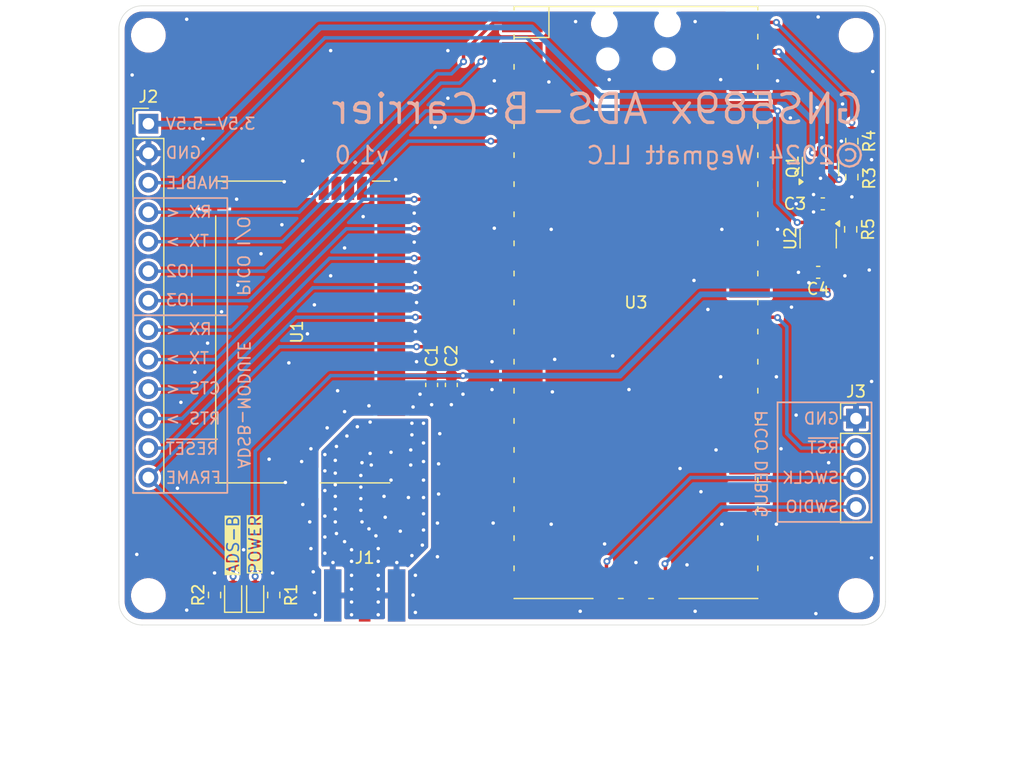
<source format=kicad_pcb>
(kicad_pcb
	(version 20240108)
	(generator "pcbnew")
	(generator_version "8.0")
	(general
		(thickness 1.6)
		(legacy_teardrops no)
	)
	(paper "A4")
	(title_block
		(title "GNS589x Carrier")
		(date "2024-03-03")
		(rev "1.0")
		(company "Wegmatt LLC")
	)
	(layers
		(0 "F.Cu" signal)
		(31 "B.Cu" signal)
		(32 "B.Adhes" user "B.Adhesive")
		(33 "F.Adhes" user "F.Adhesive")
		(34 "B.Paste" user)
		(35 "F.Paste" user)
		(36 "B.SilkS" user "B.Silkscreen")
		(37 "F.SilkS" user "F.Silkscreen")
		(38 "B.Mask" user)
		(39 "F.Mask" user)
		(40 "Dwgs.User" user "User.Drawings")
		(41 "Cmts.User" user "User.Comments")
		(42 "Eco1.User" user "User.Eco1")
		(43 "Eco2.User" user "User.Eco2")
		(44 "Edge.Cuts" user)
		(45 "Margin" user)
		(46 "B.CrtYd" user "B.Courtyard")
		(47 "F.CrtYd" user "F.Courtyard")
		(48 "B.Fab" user)
		(49 "F.Fab" user)
		(50 "User.1" user)
		(51 "User.2" user)
		(52 "User.3" user)
		(53 "User.4" user)
		(54 "User.5" user)
		(55 "User.6" user)
		(56 "User.7" user)
		(57 "User.8" user)
		(58 "User.9" user)
	)
	(setup
		(pad_to_mask_clearance 0)
		(allow_soldermask_bridges_in_footprints no)
		(pcbplotparams
			(layerselection 0x00010f8_ffffffff)
			(plot_on_all_layers_selection 0x0000000_00000000)
			(disableapertmacros no)
			(usegerberextensions yes)
			(usegerberattributes no)
			(usegerberadvancedattributes no)
			(creategerberjobfile no)
			(dashed_line_dash_ratio 12.000000)
			(dashed_line_gap_ratio 3.000000)
			(svgprecision 4)
			(plotframeref no)
			(viasonmask no)
			(mode 1)
			(useauxorigin no)
			(hpglpennumber 1)
			(hpglpenspeed 20)
			(hpglpendiameter 15.000000)
			(pdf_front_fp_property_popups yes)
			(pdf_back_fp_property_popups yes)
			(dxfpolygonmode yes)
			(dxfimperialunits yes)
			(dxfusepcbnewfont yes)
			(psnegative no)
			(psa4output no)
			(plotreference yes)
			(plotvalue no)
			(plotfptext yes)
			(plotinvisibletext no)
			(sketchpadsonfab no)
			(subtractmaskfromsilk yes)
			(outputformat 1)
			(mirror no)
			(drillshape 0)
			(scaleselection 1)
			(outputdirectory "gerber")
		)
	)
	(net 0 "")
	(net 1 "/RF_VDD")
	(net 2 "GND")
	(net 3 "/VSYS")
	(net 4 "/GNS_FRAME")
	(net 5 "/RF_IN")
	(net 6 "/PICO_IO3")
	(net 7 "/GNS_RX")
	(net 8 "/GNS_CTS")
	(net 9 "/~{GNS_RESET}")
	(net 10 "/GNS_TX")
	(net 11 "/PICO_IO2")
	(net 12 "/PICO_TX")
	(net 13 "/SWDIO")
	(net 14 "/VBATT")
	(net 15 "/PICO_RX")
	(net 16 "/EN")
	(net 17 "/~{PICO_RST}")
	(net 18 "/SWCLK")
	(net 19 "/GNS_RTS")
	(net 20 "Net-(Q1-G)")
	(net 21 "/VBUS")
	(net 22 "unconnected-(U2-NC-Pad4)")
	(net 23 "unconnected-(U3-GPIO16-Pad21)")
	(net 24 "unconnected-(U3-GPIO27_ADC1-Pad32)")
	(net 25 "unconnected-(U3-GPIO21-Pad27)")
	(net 26 "unconnected-(U3-GPIO17-Pad22)")
	(net 27 "unconnected-(U3-GPIO19-Pad25)")
	(net 28 "unconnected-(U3-3V3-Pad36)")
	(net 29 "unconnected-(U3-GPIO22-Pad29)")
	(net 30 "unconnected-(U3-GPIO28_ADC2-Pad34)")
	(net 31 "unconnected-(U3-GPIO10-Pad14)")
	(net 32 "unconnected-(U3-GPIO11-Pad15)")
	(net 33 "unconnected-(U3-GPIO20-Pad26)")
	(net 34 "unconnected-(U3-ADC_VREF-Pad35)")
	(net 35 "unconnected-(U3-GPIO18-Pad24)")
	(net 36 "unconnected-(U3-GPIO26_ADC0-Pad31)")
	(net 37 "unconnected-(U3-GPIO14-Pad19)")
	(net 38 "unconnected-(U3-GPIO12-Pad16)")
	(net 39 "unconnected-(U3-GPIO13-Pad17)")
	(net 40 "unconnected-(U3-GPIO15-Pad20)")
	(net 41 "/RF_GND")
	(net 42 "Net-(D1-K)")
	(net 43 "Net-(D2-K)")
	(footprint "_project:SMA-Edge" (layer "F.Cu") (at 107.53 114.59 180))
	(footprint "Connector_PinHeader_2.54mm:PinHeader_1x13_P2.54mm_Vertical" (layer "F.Cu") (at 88.9 76.2))
	(footprint "Capacitor_SMD:C_0603_1608Metric" (layer "F.Cu") (at 146.6 89 180))
	(footprint "LED_SMD:LED_0603_1608Metric" (layer "F.Cu") (at 98.1 116.8 90))
	(footprint "LED_SMD:LED_0603_1608Metric" (layer "F.Cu") (at 96.2 116.8 90))
	(footprint "Connector_PinHeader_2.54mm:PinHeader_1x04_P2.54mm_Vertical" (layer "F.Cu") (at 149.86 101.6))
	(footprint "MountingHole:MountingHole_2.5mm" (layer "F.Cu") (at 88.9 68.58))
	(footprint "Package_TO_SOT_SMD:SOT-23-5" (layer "F.Cu") (at 146.6 86.1 -90))
	(footprint "MountingHole:MountingHole_2.5mm" (layer "F.Cu") (at 88.9 116.84))
	(footprint "Resistor_SMD:R_0603_1608Metric" (layer "F.Cu") (at 149.5 80.8 -90))
	(footprint "Capacitor_SMD:C_0603_1608Metric" (layer "F.Cu") (at 113.3 98.7 -90))
	(footprint "Resistor_SMD:R_0603_1608Metric" (layer "F.Cu") (at 99.7 116.8 90))
	(footprint "Capacitor_SMD:C_0603_1608Metric" (layer "F.Cu") (at 115 98.7 -90))
	(footprint "MountingHole:MountingHole_2.5mm" (layer "F.Cu") (at 149.86 68.58))
	(footprint "Resistor_SMD:R_0603_1608Metric" (layer "F.Cu") (at 94.6 116.8 90))
	(footprint "MountingHole:MountingHole_2.5mm" (layer "F.Cu") (at 149.86 116.84))
	(footprint "Resistor_SMD:R_0603_1608Metric" (layer "F.Cu") (at 149.4 85.3 90))
	(footprint "Capacitor_SMD:C_0603_1608Metric" (layer "F.Cu") (at 147 83.1))
	(footprint "_project:RPi_Pico_SMD_NoSilk" (layer "F.Cu") (at 130.9 91.6))
	(footprint "_project:GNS589x" (layer "F.Cu") (at 102.2 94.14 90))
	(footprint "Package_TO_SOT_SMD:SOT-23-3" (layer "F.Cu") (at 146.8 79.9 90))
	(footprint "Resistor_SMD:R_0603_1608Metric" (layer "F.Cu") (at 149.5 77.7 90))
	(gr_rect
		(start 87.6 92.7)
		(end 95.7 108)
		(stroke
			(width 0.15)
			(type default)
		)
		(fill none)
		(layer "B.SilkS")
		(uuid "263132b8-cf90-443f-b61d-e9065f68dc4b")
	)
	(gr_rect
		(start 87.6 82.6)
		(end 95.7 92.7)
		(stroke
			(width 0.15)
			(type default)
		)
		(fill none)
		(layer "B.SilkS")
		(uuid "954b68be-7cbb-4419-a111-e0d1dae948c3")
	)
	(gr_rect
		(start 143.1 100.2)
		(end 151.2 110.5)
		(stroke
			(width 0.15)
			(type default)
		)
		(fill none)
		(layer "B.SilkS")
		(uuid "b7f3fc0c-a1f1-4047-be22-9860fae94e89")
	)
	(gr_line
		(start 152.4 68.04)
		(end 152.4 117.38)
		(stroke
			(width 0.05)
			(type default)
		)
		(layer "Edge.Cuts")
		(uuid "2d06a737-8e4d-463f-8e91-ec2bb5db7d9b")
	)
	(gr_arc
		(start 86.36 68.04)
		(mid 86.945786 66.625786)
		(end 88.36 66.04)
		(stroke
			(width 0.05)
			(type default)
		)
		(layer "Edge.Cuts")
		(uuid "5e416945-4ad1-4fc6-ad96-49b047211352")
	)
	(gr_line
		(start 86.36 117.38)
		(end 86.36 68.04)
		(stroke
			(width 0.05)
			(type default)
		)
		(layer "Edge.Cuts")
		(uuid "77c644da-4ed7-4aac-8f4b-2983dbac2695")
	)
	(gr_arc
		(start 152.4 117.38)
		(mid 151.814214 118.794214)
		(end 150.4 119.38)
		(stroke
			(width 0.05)
			(type default)
		)
		(layer "Edge.Cuts")
		(uuid "8c57e09b-bbe5-410b-b6be-276a2cb008cf")
	)
	(gr_arc
		(start 150.4 66.04)
		(mid 151.814214 66.625786)
		(end 152.4 68.04)
		(stroke
			(width 0.05)
			(type default)
		)
		(layer "Edge.Cuts")
		(uuid "b355ff1c-66d7-4a31-bccb-8e40b639f359")
	)
	(gr_line
		(start 88.36 66.04)
		(end 150.4 66.04)
		(stroke
			(width 0.05)
			(type default)
		)
		(layer "Edge.Cuts")
		(uuid "b384bcf7-ee5b-4bca-8951-3047da9e4073")
	)
	(gr_arc
		(start 88.36 119.38)
		(mid 86.945786 118.794214)
		(end 86.36 117.38)
		(stroke
			(width 0.05)
			(type default)
		)
		(layer "Edge.Cuts")
		(uuid "b8f2ce25-34f5-4901-9f59-f8347948601f")
	)
	(gr_line
		(start 150.4 119.38)
		(end 88.36 119.38)
		(stroke
			(width 0.05)
			(type default)
		)
		(layer "Edge.Cuts")
		(uuid "bcd2a836-82dd-43e6-b3fd-a96130aa9dad")
	)
	(gr_text "TX >"
		(at 90.3 96.4 0)
		(layer "B.SilkS")
		(uuid "099792a6-d33a-4eb4-af7a-0ce9c4bc9162")
		(effects
			(font
				(size 1 1)
				(thickness 0.15)
			)
			(justify right mirror)
		)
	)
	(gr_text "RTS >"
		(at 90.3 101.6 0)
		(layer "B.SilkS")
		(uuid "15711f68-cdf3-44a3-91e7-6560c6132bc2")
		(effects
			(font
				(size 1 1)
				(thickness 0.15)
			)
			(justify right mirror)
		)
	)
	(gr_text "RX <"
		(at 90.3 83.8 0)
		(layer "B.SilkS")
		(uuid "1dc8fc76-ab4e-4b11-8ff1-c16b1a5d34f8")
		(effects
			(font
				(size 1 1)
				(thickness 0.15)
			)
			(justify right mirror)
		)
	)
	(gr_text "IO2"
		(at 90.3 88.9 0)
		(layer "B.SilkS")
		(uuid "20040243-b9db-45d6-8875-cf9da08b9a8e")
		(effects
			(font
				(size 1 1)
				(thickness 0.15)
			)
			(justify right mirror)
		)
	)
	(gr_text "~{RESET}"
		(at 90.3 104.2 0)
		(layer "B.SilkS")
		(uuid "24f0146b-1fd7-4ff5-b105-86a71583531a")
		(effects
			(font
				(size 1 1)
				(thickness 0.15)
			)
			(justify right mirror)
		)
	)
	(gr_text "PICO DEBUG"
		(at 141.736905 105.5 90)
		(layer "B.SilkS")
		(uuid "26f4721a-d18a-4ca2-9ea7-85150b7dd3e0")
		(effects
			(font
				(size 1 1)
				(thickness 0.15)
			)
			(justify mirror)
		)
	)
	(gr_text "FRAME"
		(at 90.3 106.7 0)
		(layer "B.SilkS")
		(uuid "2d9415a4-8f20-4fb2-ae76-d1e8e6eec431")
		(effects
			(font
				(size 1 1)
				(thickness 0.15)
			)
			(justify right mirror)
		)
	)
	(gr_text "CTS <"
		(at 90.3 99 0)
		(layer "B.SilkS")
		(uuid "3468ea19-0d7a-4912-b903-8bca054b9e35")
		(effects
			(font
				(size 1 1)
				(thickness 0.15)
			)
			(justify right mirror)
		)
	)
	(gr_text "GND"
		(at 148.5 101.6 0)
		(layer "B.SilkS")
		(uuid "3928e3a0-1e4e-4841-9013-894b75caa5c2")
		(effects
			(font
				(size 1 1)
				(thickness 0.15)
			)
			(justify left mirror)
		)
	)
	(gr_text "3.5V-5.5V"
		(at 90.3 76.2 0)
		(layer "B.SilkS")
		(uuid "4aab851f-2c6b-4926-9c74-28e3cdc62c98")
		(effects
			(font
				(size 1 1)
				(thickness 0.15)
			)
			(justify right mirror)
		)
	)
	(gr_text "IO3"
		(at 90.3 91.4 0)
		(layer "B.SilkS")
		(uuid "50f76bb1-91af-4db9-a205-dcd044069a59")
		(effects
			(font
				(size 1 1)
				(thickness 0.15)
			)
			(justify right mirror)
		)
	)
	(gr_text "SWCLK"
		(at 148.5 106.7 0)
		(layer "B.SilkS")
		(uuid "5976027e-9e06-435c-8e80-f9beac9b580e")
		(effects
			(font
				(size 1 1)
				(thickness 0.15)
			)
			(justify left mirror)
		)
	)
	(gr_text "ADSB-MODULE"
		(at 97.1 100.4 270)
		(layer "B.SilkS")
		(uuid "66acf9d0-8b2d-464e-8e31-685e28147f29")
		(effects
			(font
				(size 1 1)
				(thickness 0.15)
			)
			(justify mirror)
		)
	)
	(gr_text "ENABLE"
		(at 90.3 81.3 0)
		(layer "B.SilkS")
		(uuid "67927a80-1ddb-4836-bd5e-b963e15022dd")
		(effects
			(font
				(size 1 1)
				(thickness 0.15)
			)
			(justify right mirror)
		)
	)
	(gr_text "RX <"
		(at 90.3 93.9 0)
		(layer "B.SilkS")
		(uuid "68ff1fb1-c06c-4b02-841a-841f2e847398")
		(effects
			(font
				(size 1 1)
				(thickness 0.15)
			)
			(justify right mirror)
		)
	)
	(gr_text "©2024 Wegmatt LLC"
		(at 150.7 79.8 0)
		(layer "B.SilkS")
		(uuid "76f78d20-77ef-445e-9d81-cc41f81bc331")
		(effects
			(font
				(size 1.5 1.5)
				(thickness 0.2)
			)
			(justify left bottom mirror)
		)
	)
	(gr_text "GNS589x ADS-B Carrier"
		(at 150.7 76.4 0)
		(layer "B.SilkS")
		(uuid "7904676c-8f41-458a-860c-acd94dda7fe3")
		(effects
			(font
				(size 2.5 2.5)
				(thickness 0.3)
			)
			(justify left bottom mirror)
		)
	)
	(gr_text "~{RST}"
		(at 148.5 104.1 0)
		(layer "B.SilkS")
		(uuid "8653b01f-c035-4527-9879-1d8360ee5c68")
		(effects
			(font
				(size 1 1)
				(thickness 0.15)
			)
			(justify left mirror)
		)
	)
	(gr_text "v${REVISION}"
		(at 104.8 79.8 0)
		(layer "B.SilkS")
		(uuid "cfcc654d-498f-44ab-b906-fc86c83d6072")
		(effects
			(font
				(size 1.5 1.5)
				(thickness 0.2)
			)
			(justify right bottom mirror)
		)
	)
	(gr_text "GND"
		(at 90.3 78.7 0)
		(layer "B.SilkS")
		(uuid "e7dc27bb-58a4-4f99-a9cc-cb1f449d57ec")
		(effects
			(font
				(size 1 1)
				(thickness 0.15)
			)
			(justify right mirror)
		)
	)
	(gr_text "PICO I/O"
		(at 97.063095 87.6 270)
		(layer "B.SilkS")
		(uuid "e88c5197-7a19-49a0-80cb-46885b71d3db")
		(effects
			(font
				(size 1 1)
				(thickness 0.15)
			)
			(justify mirror)
		)
	)
	(gr_text "SWDIO"
		(at 148.5 109.2 0)
		(layer "B.SilkS")
		(uuid "ec11c383-5d4c-47e1-963d-26d0fb4cc6d7")
		(effects
			(font
				(size 1 1)
				(thickness 0.15)
			)
			(justify left mirror)
		)
	)
	(gr_text "TX >"
		(at 90.3 86.3 0)
		(layer "B.SilkS")
		(uuid "f0c1527c-d31f-4a88-8314-1fc02a035c0f")
		(effects
			(font
				(size 1 1)
				(thickness 0.15)
			)
			(justify right mirror)
		)
	)
	(gr_text "ADS-B"
		(at 96.2 115.1 90)
		(layer "F.SilkS" knockout)
		(uuid "32d470e0-0480-4051-985e-5e9c28aa0728")
		(effects
			(font
				(size 1 1)
				(thickness 0.15)
			)
			(justify left)
		)
	)
	(gr_text "POWER"
		(at 98.1 115.1 90)
		(layer "F.SilkS" knockout)
		(uuid "9535d773-91e8-4b17-b9f7-b09edf8d46fc")
		(effects
			(font
				(size 1 1)
				(thickness 0.15)
			)
			(justify left)
		)
	)
	(dimension
		(type aligned)
		(layer "User.1")
		(uuid "2d3c7039-638d-4511-afc2-21c5c0ee7ea6")
		(pts
			(xy 88.9 68.58) (xy 88.9 76.2)
		)
		(height 8.128)
		(gr_text "0.30 in"
			(at 79.622 72.39 90)
			(layer "User.1")
			(uuid "2d3c7039-638d-4511-afc2-21c5c0ee7ea6")
			(effects
				(font
					(size 1 1)
					(thickness 0.15)
				)
			)
		)
		(format
			(prefix "")
			(suffix "")
			(units 3)
			(units_format 1)
			(precision 2)
		)
		(style
			(thickness 0.1)
			(arrow_length 1.27)
			(text_position_mode 0)
			(extension_height 0.58642)
			(extension_offset 0.5) keep_text_aligned)
	)
	(dimension
		(type aligned)
		(layer "User.1")
		(uuid "396f92d8-3678-478d-9f99-a91a67566e6c")
		(pts
			(xy 86.36 119.38) (xy 107.442 119.38)
		)
		(height 11.684)
		(gr_text "0.83 in"
			(at 96.901 129.914 0)
			(layer "User.1")
			(uuid "396f92d8-3678-478d-9f99-a91a67566e6c")
			(effects
				(font
					(size 1 1)
					(thickness 0.15)
				)
			)
		)
		(format
			(prefix "")
			(suffix "")
			(units 3)
			(units_format 1)
			(precision 2)
		)
		(style
			(thickness 0.1)
			(arrow_length 1.27)
			(text_position_mode 0)
			(extension_height 0.58642)
			(extension_offset 0.5) keep_text_aligned)
	)
	(dimension
		(type aligned)
		(layer "User.1")
		(uuid "57804060-badc-4b9f-812b-935db8482850")
		(pts
			(xy 86.36 119.38) (xy 152.4 119.38)
		)
		(height 8.62)
		(gr_text "2.60 in"
			(at 119.38 126.85 0)
			(layer "User.1")
			(uuid "57804060-badc-4b9f-812b-935db8482850")
			(effects
				(font
					(size 1 1)
					(thickness 0.15)
				)
			)
		)
		(format
			(prefix "")
			(suffix "")
			(units 3)
			(units_format 1)
			(precision 2)
		)
		(style
			(thickness 0.1)
			(arrow_length 1.27)
			(text_position_mode 0)
			(extension_height 0.58642)
			(extension_offset 0.5) keep_text_aligned)
	)
	(dimension
		(type aligned)
		(layer "User.1")
		(uuid "943bcbd2-c4d2-4d18-97fe-42ebd3e335eb")
		(pts
			(xy 152.4 66.04) (xy 152.4 119.38)
		)
		(height -9.1)
		(gr_text "2.10 in"
			(at 160.35 92.71 90)
			(layer "User.1")
			(uuid "943bcbd2-c4d2-4d18-97fe-42ebd3e335eb")
			(effects
				(font
					(size 1 1)
					(thickness 0.15)
				)
			)
		)
		(format
			(prefix "")
			(suffix "")
			(units 3)
			(units_format 1)
			(precision 2)
		)
		(style
			(thickness 0.1)
			(arrow_length 1.27)
			(text_position_mode 0)
			(extension_height 0.58642)
			(extension_offset 0.5) keep_text_aligned)
	)
	(dimension
		(type aligned)
		(layer "User.1")
		(uuid "a3d3b613-275b-4bf5-8765-b663f1ade390")
		(pts
			(xy 88.9 116.84) (xy 149.86 116.84)
		)
		(height 6.86)
		(gr_text "2.40 in"
			(at 119.38 122.55 0)
			(layer "User.1")
			(uuid "a3d3b613-275b-4bf5-8765-b663f1ade390")
			(effects
				(font
					(size 1 1)
					(thickness 0.15)
				)
			)
		)
		(format
			(prefix "")
			(suffix "")
			(units 3)
			(units_format 1)
			(precision 2)
		)
		(style
			(thickness 0.1)
			(arrow_length 1.27)
			(text_position_mode 0)
			(extension_height 0.58642)
			(extension_offset 0.5) keep_text_aligned)
	)
	(dimension
		(type aligned)
		(layer "User.1")
		(uuid "b97a16a4-84e8-4802-8651-7c3e0a731010")
		(pts
			(xy 149.86 68.58) (xy 149.86 116.84)
		)
		(height -7.24)
		(gr_text "1.90 in"
			(at 155.95 92.71 90)
			(layer "User.1")
			(uuid "b97a16a4-84e8-4802-8651-7c3e0a731010")
			(effects
				(font
					(size 1 1)
					(thickness 0.15)
				)
			)
		)
		(format
			(prefix "")
			(suffix "")
			(units 3)
			(units_format 1)
			(precision 2)
		)
		(style
			(thickness 0.1)
			(arrow_length 1.27)
			(text_position_mode 0)
			(extension_height 0.58642)
			(extension_offset 0.5) keep_text_aligned)
	)
	(segment
		(start 113.3 97.925)
		(end 115 97.925)
		(width 0.5)
		(layer "F.Cu")
		(net 1)
		(uuid "23b4ecf9-3852-4b69-b017-153b74c55a9c")
	)
	(segment
		(start 98.1 116.0125)
		(end 98.1 115.2)
		(width 0.3)
		(layer "F.Cu")
		(net 1)
		(uuid "330061b2-82cb-43ec-9f23-7c2ce48f791c")
	)
	(segment
		(start 113.275 97.95)
		(end 113.3 97.925)
		(width 0.5)
		(layer "F.Cu")
		(net 1)
		(uuid "41a61645-f953-454a-8d8b-f2fee17531de")
	)
	(segment
		(start 115.975 97.925)
		(end 116 97.9)
		(width 0.5)
		(layer "F.Cu")
		(net 1)
		(uuid "5017aa23-6783-4325-85c2-b261bb8632a7")
	)
	(segment
		(start 109.82 97.95)
		(end 113.275 97.95)
		(width 0.5)
		(layer "F.Cu")
		(net 1)
		(uuid "6648c1b4-cda2-4e11-abd1-3ecf99b881d6")
	)
	(segment
		(start 147.4 90.9)
		(end 147.4 89.025)
		(width 0.5)
		(layer "F.Cu")
		(net 1)
		(uuid "87fbabb0-c335-4821-9e5d-d8a008245eb9")
	)
	(segment
		(start 147.55 87.2375)
		(end 147.55 88.825)
		(width 0.5)
		(layer "F.Cu")
		(net 1)
		(uuid "acd90100-3d0d-453a-84a6-33be67ba51da")
	)
	(segment
		(start 147.55 88.825)
		(end 147.375 89)
		(width 0.5)
		(layer "F.Cu")
		(net 1)
		(uuid "ca94fdc3-bc94-4adb-82aa-253cd834c34e")
	)
	(segment
		(start 147.4 89.025)
		(end 147.375 89)
		(width 0.5)
		(layer "F.Cu")
		(net 1)
		(uuid "cb45c7db-da44-4377-9dfe-29eb6f6fab3e")
	)
	(segment
		(start 115 97.925)
		(end 115.975 97.925)
		(width 0.5)
		(layer "F.Cu")
		(net 1)
		(uuid "d708c0de-1d38-4314-b371-9c32a014f566")
	)
	(via
		(at 98.1 115.2)
		(size 0.6)
		(drill 0.3)
		(layers "F.Cu" "B.Cu")
		(net 1)
		(uuid "a4b6cc52-d90d-4d3b-aeef-e06e6e690478")
	)
	(via
		(at 147.4 90.9)
		(size 0.6)
		(drill 0.3)
		(layers "F.Cu" "B.Cu")
		(net 1)
		(uuid "be23463f-bc9b-435c-90dd-d701cc05ef22")
	)
	(via
		(at 116 97.9)
		(size 0.6)
		(drill 0.3)
		(layers "F.Cu" "B.Cu")
		(net 1)
		(uuid "df40d39c-6262-4716-9818-17604c0b6ab0")
	)
	(segment
		(start 98.1 104.4)
		(end 104.6 97.9)
		(width 0.3)
		(layer "B.Cu")
		(net 1)
		(uuid "01ce022d-a4c1-4f7d-ac71-a2d65095a384")
	)
	(segment
		(start 129.5 97.9)
		(end 136.5 90.9)
		(width 0.5)
		(layer "B.Cu")
		(net 1)
		(uuid "0891642e-a177-4c23-a47d-d165ebafa897")
	)
	(segment
		(start 104.6 97.9)
		(end 116 97.9)
		(width 0.3)
		(layer "B.Cu")
		(net 1)
		(uuid "311a33fd-768f-4046-b49c-a2f753122830")
	)
	(segment
		(start 116 97.9)
		(end 129.5 97.9)
		(width 0.5)
		(layer "B.Cu")
		(net 1)
		(uuid "3ccce184-8ae0-4591-a4c7-132e8b4003cb")
	)
	(segment
		(start 136.5 90.9)
		(end 147.4 90.9)
		(width 0.5)
		(layer "B.Cu")
		(net 1)
		(uuid "76da3554-8702-4be3-a189-49773998c27f")
	)
	(segment
		(start 98.1 115.2)
		(end 98.1 104.4)
		(width 0.3)
		(layer "B.Cu")
		(net 1)
		(uuid "acac0603-ccf2-4938-86cb-25f3f43bbc7e")
	)
	(via
		(at 94.6 114.9)
		(size 0.6)
		(drill 0.3)
		(layers "F.Cu" "B.Cu")
		(free yes)
		(net 2)
		(uuid "009cd0b9-8ef8-4532-ae7c-2afae5017123")
	)
	(via
		(at 92.2 67.2)
		(size 0.6)
		(drill 0.3)
		(layers "F.Cu" "B.Cu")
		(free yes)
		(net 2)
		(uuid "01e8ecdd-23ca-4f8f-87b6-426de90c37c6")
	)
	(via
		(at 111.9 115.1)
		(size 0.6)
		(drill 0.3)
		(layers "F.Cu" "B.Cu")
		(free yes)
		(net 2)
		(uuid "02271f08-49df-47e4-87af-7dc4fc709f92")
	)
	(via
		(at 146.4 118.4)
		(size 0.6)
		(drill 0.3)
		(layers "F.Cu" "B.Cu")
		(free yes)
		(net 2)
		(uuid "024429a9-0af5-4c41-b1d9-998e3b248331")
	)
	(via
		(at 113.9 105.5)
		(size 0.6)
		(drill 0.3)
		(layers "F.Cu" "B.Cu")
		(free yes)
		(net 2)
		(uuid "049ad9a9-5484-4587-b3a3-9ad101caf069")
	)
	(via
		(at 87.9 113.3)
		(size 0.6)
		(drill 0.3)
		(layers "F.Cu" "B.Cu")
		(free yes)
		(net 2)
		(uuid "066417cc-51d0-44f4-95bb-a82390bcd6af")
	)
	(via
		(at 103.2 116.6)
		(size 0.6)
		(drill 0.3)
		(layers "F.Cu" "B.Cu")
		(free yes)
		(net 2)
		(uuid "085e4c10-43e5-47c9-a43b-71f73afc9fcf")
	)
	(via
		(at 146.2 83.8)
		(size 0.6)
		(drill 0.3)
		(layers "F.Cu" "B.Cu")
		(free yes)
		(net 2)
		(uuid "08ff77e7-110a-458e-8db8-7fec58b0c868")
	)
	(via
		(at 96.6 90.1)
		(size 0.6)
		(drill 0.3)
		(layers "F.Cu" "B.Cu")
		(free yes)
		(net 2)
		(uuid "0f900289-3683-407d-b6dd-8ef59c8647e4")
	)
	(via
		(at 112 96.7)
		(size 0.6)
		(drill 0.3)
		(layers "F.Cu" "B.Cu")
		(free yes)
		(net 2)
		(uuid "10229490-8cef-46ac-bccb-1778cd0db677")
	)
	(via
		(at 111.8 86.4)
		(size 0.6)
		(drill 0.3)
		(layers "F.Cu" "B.Cu")
		(free yes)
		(net 2)
		(uuid "115e008f-50ac-4189-9f96-308090848ca5")
	)
	(via
		(at 101 96.8)
		(size 0.6)
		(drill 0.3)
		(layers "F.Cu" "B.Cu")
		(free yes)
		(net 2)
		(uuid "11ee4d8f-63a8-4b05-828c-033df8f602a0")
	)
	(via
		(at 92.2 118.1)
		(size 0.6)
		(drill 0.3)
		(layers "F.Cu" "B.Cu")
		(free yes)
		(net 2)
		(uuid "139a4c77-ef9e-4acd-bfa3-36165a547642")
	)
	(via
		(at 113.9 108.1)
		(size 0.6)
		(drill 0.3)
		(layers "F.Cu" "B.Cu")
		(free yes)
		(net 2)
		(uuid "1b84dff6-b05d-48e6-81fc-c010ca6f2065")
	)
	(via
		(at 137.8 104.3)
		(size 0.6)
		(drill 0.3)
		(layers "F.Cu" "B.Cu")
		(free yes)
		(net 2)
		(uuid "1c7f6f3e-289a-47b5-848b-6769e02c0e4a")
	)
	(via
		(at 95.2 92.4)
		(size 0.6)
		(drill 0.3)
		(layers "F.Cu" "B.Cu")
		(free yes)
		(net 2)
		(uuid "1dd0b0ca-5988-4450-a8f4-2ab244a344ae")
	)
	(via
		(at 102.2 79.4)
		(size 0.6)
		(drill 0.3)
		(layers "F.Cu" "B.Cu")
		(free yes)
		(net 2)
		(uuid "211699ea-2c0f-4fb2-9a16-941782d6cc1f")
	)
	(via
		(at 134.7 105.9)
		(size 0.6)
		(drill 0.3)
		(layers "F.Cu" "B.Cu")
		(free yes)
		(net 2)
		(uuid "2154f340-90e0-4cb2-8bdd-51656f7eb999")
	)
	(via
		(at 136 118.2)
		(size 0.6)
		(drill 0.3)
		(layers "F.Cu" "B.Cu")
		(free yes)
		(net 2)
		(uuid "21bda814-58ee-4d4f-984c-c7a4128d9e7d")
	)
	(via
		(at 128.9 96.2)
		(size 0.6)
		(drill 0.3)
		(layers "F.Cu" "B.Cu")
		(free yes)
		(net 2)
		(uuid "2632b6c5-d78b-4a18-b339-b0f622923fe3")
	)
	(via
		(at 91.7 100.2)
		(size 0.6)
		(drill 0.3)
		(layers "F.Cu" "B.Cu")
		(free yes)
		(net 2)
		(uuid "26abfd63-70a6-474e-ae47-d6312d74aeb7")
	)
	(via
		(at 87.5 72)
		(size 0.6)
		(drill 0.3)
		(layers "F.Cu" "B.Cu")
		(free yes)
		(net 2)
		(uuid "2af3077f-0973-4f2b-90be-bca183a41e30")
	)
	(via
		(at 100.6 81.2)
		(size 0.6)
		(drill 0.3)
		(layers "F.Cu" "B.Cu")
		(free yes)
		(net 2)
		(uuid "2d3545ba-ea18-4edd-a1b3-daf4b95c9ec2")
	)
	(via
		(at 100.7 107.1)
		(size 0.6)
		(drill 0.3)
		(layers "F.Cu" "B.Cu")
		(free yes)
		(net 2)
		(uuid "2fa1f86a-9b1c-45ca-964a-2887eeda9488")
	)
	(via
		(at 100.4 84.9)
		(size 0.6)
		(drill 0.3)
		(layers "F.Cu" "B.Cu")
		(free yes)
		(net 2)
		(uuid "2ff8d66c-07ae-43fd-98e4-b28c254c45aa")
	)
	(via
		(at 144.3 92)
		(size 0.6)
		(drill 0.3)
		(layers "F.Cu" "B.Cu")
		(free yes)
		(net 2)
		(uuid "3032e7bb-3b89-4717-ba43-b389c784fc7a")
	)
	(via
		(at 102.9 104.2)
		(size 0.6)
		(drill 0.3)
		(layers "F.Cu" "B.Cu")
		(free yes)
		(net 2)
		(uuid "34df94ec-dd48-48d9-8c86-7b55ac03fcb5")
	)
	(via
		(at 111.7 100.6)
		(size 0.6)
		(drill 0.3)
		(layers "F.Cu" "B.Cu")
		(free yes)
		(net 2)
		(uuid "3b15e564-ce0d-4a66-9b97-e0b4c902e260")
	)
	(via
		(at 143.1 85.3)
		(size 0.6)
		(drill 0.3)
		(layers "F.Cu" "B.Cu")
		(free yes)
		(net 2)
		(uuid "3b9023ec-9daa-4efe-b008-45d07ce8cba0")
	)
	(via
		(at 138.2 72.4)
		(size 0.6)
		(drill 0.3)
		(layers "F.Cu" "B.Cu")
		(free yes)
		(net 2)
		(uuid "3cef0eb9-66ee-4007-b1af-b4daa3ca1b26")
	)
	(via
		(at 130.9 114)
		(size 0.6)
		(drill 0.3)
		(layers "F.Cu" "B.Cu")
		(free yes)
		(net 2)
		(uuid "3ef6ff1f-1f51-41ad-a2ce-2725d527d0c1")
	)
	(via
		(at 144.9 89)
		(size 0.6)
		(drill 0.3)
		(layers "F.Cu" "B.Cu")
		(free yes)
		(net 2)
		(uuid "3f7c043d-183b-4270-835f-6b9b49018054")
	)
	(via
		(at 103.3 118.5)
		(size 0.6)
		(drill 0.3)
		(layers "F.Cu" "B.Cu")
		(free yes)
		(net 2)
		(uuid "3fd0e0cf-cb0a-40de-b3a7-11321cf25da7")
	)
	(via
		(at 94 95.1)
		(size 0.6)
		(drill 0.3)
		(layers "F.Cu" "B.Cu")
		(free yes)
		(net 2)
		(uuid "44ac044c-0357-4462-a7a9-f26778cf0978")
	)
	(via
		(at 151.2 113.6)
		(size 0.6)
		(drill 0.3)
		(layers "F.Cu" "B.Cu")
		(free yes)
		(net 2)
		(uuid "461f5e6c-57f4-4aed-a7f4-2e0be02bc02f")
	)
	(via
		(at 123.6 85.3)
		(size 0.6)
		(drill 0.3)
		(layers "F.Cu" "B.Cu")
		(free yes)
		(net 2)
		(uuid "47767dd5-2ee6-4082-a63c-5559b6096c41")
	)
	(via
		(at 143 110.7)
		(size 0.6)
		(drill 0.3)
		(layers "F.Cu" "B.Cu")
		(free yes)
		(net 2)
		(uuid "47a65d17-5bbb-4b04-9fd8-2907bd91afa1")
	)
	(via
		(at 102.2 109)
		(size 0.6)
		(drill 0.3)
		(layers "F.Cu" "B.Cu")
		(free yes)
		(net 2)
		(uuid "48ffbd0f-56e6-4fb1-ae1e-56c038f6f854")
	)
	(via
		(at 114.7 74)
		(size 0.6)
		(drill 0.3)
		(layers "F.Cu" "B.Cu")
		(free yes)
		(net 2)
		(uuid "4b02f1dc-f652-41b1-8c73-04379a132fe7")
	)
	(via
		(at 107.9 100.5)
		(size 0.6)
		(drill 0.3)
		(layers "F.Cu" "B.Cu")
		(free yes)
		(net 2)
		(uuid "4bd3f4aa-ec00-442c-9061-62608c6857da")
	)
	(via
		(at 130.3 99.1)
		(size 0.6)
		(drill 0.3)
		(layers "F.Cu" "B.Cu")
		(free yes)
		(net 2)
		(uuid "4e4c0b6e-26b1-47c9-b76f-fee23304fc2d")
	)
	(via
		(at 107.4 84.2)
		(size 0.6)
		(drill 0.3)
		(layers "F.Cu" "B.Cu")
		(free yes)
		(net 2)
		(uuid "5015a3c3-6a2e-40ed-a5d1-fb6b8d538a5e")
	)
	(via
		(at 143 98)
		(size 0.6)
		(drill 0.3)
		(layers "F.Cu" "B.Cu")
		(free yes)
		(net 2)
		(uuid "519f8a14-3ed3-497c-8db9-da5ef82ea855")
	)
	(via
		(at 123.4 72.6)
		(size 0.6)
		(drill 0.3)
		(layers "F.Cu" "B.Cu")
		(free yes)
		(net 2)
		(uuid "51aa982a-4e2e-4f19-ad66-469b50c12255")
	)
	(via
		(at 112 91.6)
		(size 0.6)
		(drill 0.3)
		(layers "F.Cu" "B.Cu")
		(free yes)
		(net 2)
		(uuid "52ee357e-a5d6-4fed-b3ec-2b7b179a473c")
	)
	(via
		(at 138.3 110.7)
		(size 0.6)
		(drill 0.3)
		(layers "F.Cu" "B.Cu")
		(free yes)
		(net 2)
		(uuid "5380684a-a312-4988-a70c-4ca7a6c9950e")
	)
	(via
		(at 146.6 67)
		(size 0.6)
		(drill 0.3)
		(layers "F.Cu" "B.Cu")
		(free yes)
		(net 2)
		(uuid "556183d5-1298-4ef6-b925-9b2e12d25a64")
	)
	(via
		(at 118.6 110.6)
		(size 0.6)
		(drill 0.3)
		(layers "F.Cu" "B.Cu")
		(free yes)
		(net 2)
		(uuid "56832374-ccf5-4429-9119-ef7dae470c04")
	)
	(via
		(at 102.9 112.8)
		(size 0.6)
		(drill 0.3)
		(layers "F.Cu" "B.Cu")
		(free yes)
		(net 2)
		(uuid "571c9873-51a3-4765-a9d7-ada823d80e06")
	)
	(via
		(at 96.5 82.7)
		(size 0.6)
		(drill 0.3)
		(layers "F.Cu" "B.Cu")
		(free yes)
		(net 2)
		(uuid "57b60491-2fdb-403e-896c-f1f51141dd2a")
	)
	(via
		(at 145.8 89.9)
		(size 0.6)
		(drill 0.3)
		(layers "F.Cu" "B.Cu")
		(free yes)
		(net 2)
		(uuid "580850f1-a497-4527-9b28-c3d1ae8a8039")
	)
	(via
		(at 103.1 114.8)
		(size 0.6)
		(drill 0.3)
		(layers "F.Cu" "B.Cu")
		(free yes)
		(net 2)
		(uuid "5a363bb8-ef1c-4e65-af5c-36ceda686c0c")
	)
	(via
		(at 116 99.5)
		(size 0.6)
		(drill 0.3)
		(layers "F.Cu" "B.Cu")
		(free yes)
		(net 2)
		(uuid "5a56a0c5-2d7b-42db-b03e-c71f655b9434")
	)
	(via
		(at 112.3 99.5)
		(size 0.6)
		(drill 0.3)
		(layers "F.Cu" "B.Cu")
		(free yes)
		(net 2)
		(uuid "5c3b7553-a78f-44cf-80bb-34bb80c04d6b")
	)
	(via
		(at 111.9 89)
		(size 0.6)
		(drill 0.3)
		(layers "F.Cu" "B.Cu")
		(free yes)
		(net 2)
		(uuid "5e320281-1c31-4bcf-9bbf-ee8f9535598f")
	)
	(via
		(at 118.7 85.2)
		(size 0.6)
		(drill 0.3)
		(layers "F.Cu" "B.Cu")
		(free yes)
		(net 2)
		(uuid "6278fe79-26ff-4757-b41f-8af5d7114972")
	)
	(via
		(at 118.7 72.5)
		(size 0.6)
		(drill 0.3)
		(layers "F.Cu" "B.Cu")
		(free yes)
		(net 2)
		(uuid "635f3186-9c06-4bd1-9e01-fb7ef366a0a0")
	)
	(via
		(at 99.3 105.1)
		(size 0.6)
		(drill 0.3)
		(layers "F.Cu" "B.Cu")
		(free yes)
		(net 2)
		(uuid "64f26bda-da1c-4e68-97e0-77440eae9c7c")
	)
	(via
		(at 114 102.9)
		(size 0.6)
		(drill 0.3)
		(layers "F.Cu" "B.Cu")
		(free yes)
		(net 2)
		(uuid "65dc0e8e-453c-4b17-a8f2-7aa51b5ed2c5")
	)
	(via
		(at 151.2 98.4)
		(size 0.6)
		(drill 0.3)
		(layers "F.Cu" "B.Cu")
		(free yes)
		(net 2)
		(uuid "67467719-1265-4147-be15-4174a6a79b20")
	)
	(via
		(at 144.7 101.3)
		(size 0.6)
		(drill 0.3)
		(layers "F.Cu" "B.Cu")
		(free yes)
		(net 2)
		(uuid "67b68e0c-925e-4518-b1eb-a19ed79ebd8b")
	)
	(via
		(at 144.7 83.1)
		(size 0.6)
		(drill 0.3)
		(layers "F.Cu" "B.Cu")
		(free yes)
		(net 2)
		(uuid "69fb52b3-b95d-4229-bedd-f84c98c0c1e2")
	)
	(via
		(at 148.7 74.5)
		(size 0.6)
		(drill 0.3)
		(layers "F.Cu" "B.Cu")
		(free yes)
		(net 2)
		(uuid "6ab3f1ab-965c-46a3-9fa1-da64387b0be9")
	)
	(via
		(at 149.5 82.5)
		(size 0.6)
		(drill 0.3)
		(layers "F.Cu" "B.Cu")
		(free yes)
		(net 2)
		(uuid "6b13fc75-5aa0-44fc-8cd7-245ad145da44")
	)
	(via
		(at 118.5 96.7)
		(size 0.6)
		(drill 0.3)
		(layers "F.Cu" "B.Cu")
		(free yes)
		(net 2)
		(uuid "70c22673-2a19-493e-b7d1-79bb758fff19")
	)
	(via
		(at 148.9 89.3)
		(size 0.6)
		(drill 0.3)
		(layers "F.Cu" "B.Cu")
		(free yes)
		(net 2)
		(uuid "72671847-a6fe-46c4-98d4-d1ab20f160e7")
	)
	(via
		(at 98.6 87.4)
		(size 0.6)
		(drill 0.3)
		(layers "F.Cu" "B.Cu")
		(free yes)
		(net 2)
		(uuid "7310dfa9-be4d-4016-b5f9-0e0b5b6f8e25")
	)
	(via
		(at 118.5 99.1)
		(size 0.6)
		(drill 0.3)
		(layers "F.Cu" "B.Cu")
		(free yes)
		(net 2)
		(uuid "774084e3-7d90-4cc5-b243-a245c6926600")
	)
	(via
		(at 138.2 98)
		(size 0.6)
		(drill 0.3)
		(layers "F.Cu" "B.Cu")
		(free yes)
		(net 2)
		(uuid "7d9c1f1a-383e-4bf7-831a-10c5739601a5")
	)
	(via
		(at 135.3 114.2)
		(size 0.6)
		(drill 0.3)
		(layers "F.Cu" "B.Cu")
		(free yes)
		(net 2)
		(uuid "7ede0f1d-a313-4935-84d2-190894997423")
	)
	(via
		(at 99.6 114.9)
		(size 0.6)
		(drill 0.3)
		(layers "F.Cu" "B.Cu")
		(free yes)
		(net 2)
		(uuid "7fd1559e-db3d-440a-b974-96c9058c7b8d")
	)
	(via
		(at 115 100.4)
		(size 0.6)
		(drill 0.3)
		(layers "F.Cu" "B.Cu")
		(free yes)
		(net 2)
		(uuid "83a4e79d-e731-4a6f-b590-234a8b11d97a")
	)
	(via
		(at 137.1 92.2)
		(size 0.6)
		(drill 0.3)
		(layers "F.Cu" "B.Cu")
		(free yes)
		(net 2)
		(uuid "86e7f089-00a5-4667-b7e6-e7ba925b7968")
	)
	(via
		(at 113.8 110.6)
		(size 0.6)
		(drill 0.3)
		(layers "F.Cu" "B.Cu")
		(free yes)
		(net 2)
		(uuid "91aefc92-0b71-487c-b0ce-7c6764ad3a45")
	)
	(via
		(at 104.6 89.3)
		(size 0.6)
		(drill 0.3)
		(layers "F.Cu" "B.Cu")
		(free yes)
		(net 2)
		(uuid "924d1b6f-541f-4b08-8c92-06b554e66708")
	)
	(via
		(at 105.8 101)
		(size 0.6)
		(drill 0.3)
		(layers "F.Cu" "B.Cu")
		(free yes)
		(net 2)
		(uuid "933a9591-75a0-42f6-8f98-d42170e0a437")
	)
	(via
		(at 103.2 91.8)
		(size 0.6)
		(drill 0.3)
		(layers "F.Cu" "B.Cu")
		(free yes)
		(net 2)
		(uuid "96c01922-f36b-4d99-a274-28cdf2f9c3c5")
	)
	(via
		(at 135.9 89.7)
		(size 0.6)
		(drill 0.3)
		(layers "F.Cu" "B.Cu")
		(free yes)
		(net 2)
		(uuid "972c6777-892d-4ab8-b0c4-b954e6803504")
	)
	(via
		(at 147.5 105.4)
		(size 0.6)
		(drill 0.3)
		(layers "F.Cu" "B.Cu")
		(free yes)
		(net 2)
		(uuid "9c80d8a6-1cd1-4ffa-92d1-3bf6d47c7c66")
	)
	(via
		(at 148.6 77.7)
		(size 0.6)
		(drill 0.3)
		(layers "F.Cu" "B.Cu")
		(free yes)
		(net 2)
		(uuid "a637c218-efda-4fd8-9f10-54aa5ddf9517")
	)
	(via
		(at 102.8 110.5)
		(size 0.6)
		(drill 0.3)
		(layers "F.Cu" "B.Cu")
		(free yes)
		(net 2)
		(uuid "a8bcd04f-9f46-4e15-ab80-cfac1c2d4097")
	)
	(via
		(at 113.6 76.5)
		(size 0.6)
		(drill 0.3)
		(layers "F.Cu" "B.Cu")
		(free yes)
		(net 2)
		(uuid "affb6bd1-51bd-43e3-b2c9-3cb38eefd567")
	)
	(via
		(at 123.9 96.5)
		(size 0.6)
		(drill 0.3)
		(layers "F.Cu" "B.Cu")
		(free yes)
		(net 2)
		(uuid "b1c39b9f-3b92-4fbb-98a2-403a1a150322")
	)
	(via
		(at 111.9 94.1)
		(size 0.6)
		(drill 0.3)
		(layers "F.Cu" "B.Cu")
		(free yes)
		(net 2)
		(uuid "b2140060-02c8-4a3b-858c-ea71123bfc63")
	)
	(via
		(at 104.3 102.4)
		(size 0.6)
		(drill 0.3)
		(layers "F.Cu" "B.Cu")
		(free yes)
		(net 2)
		(uuid "b2bc3e66-e7f8-43d5-8878-28714eb03943")
	)
	(via
		(at 151.2 79.3)
		(size 0.6)
		(drill 0.3)
		(layers "F.Cu" "B.Cu")
		(free yes)
		(net 2)
		(uuid "b3e38d2e-d6ae-42d0-9c21-df67e30db54b")
	)
	(via
		(at 136.5 107.9)
		(size 0.6)
		(drill 0.3)
		(layers "F.Cu" "B.Cu")
		(free yes)
		(net 2)
		(uuid "b9704ea4-7b1f-4224-a13a-004f7c10bd92")
	)
	(via
		(at 104.6 69.9)
		(size 0.6)
		(drill 0.3)
		(layers "F.Cu" "B.Cu")
		(free yes)
		(net 2)
		(uuid "b9762278-dc17-4c2f-96db-0e0b70d35f01")
	)
	(via
		(at 136 67.4)
		(size 0.6)
		(drill 0.3)
		(layers "F.Cu" "B.Cu")
		(free yes)
		(net 2)
		(uuid "ba8ad187-d46b-405c-8f88-178df58a5769")
	)
	(via
		(at 146.9 77.4)
		(size 0.6)
		(drill 0.3)
		(layers "F.Cu" "B.Cu")
		(free yes)
		(net 2)
		(uuid "be4ec445-6644-488d-b830-a0759fe6fe1a")
	)
	(via
		(at 111.7 116.8)
		(size 0.6)
		(drill 0.3)
		(layers "F.Cu" "B.Cu")
		(free yes)
		(net 2)
		(uuid "c3558e4e-0174-4a77-8e09-c5522e7cc571")
	)
	(via
		(at 111.8 83.9)
		(size 0.6)
		(drill 0.3)
		(layers "F.Cu" "B.Cu")
		(free yes)
		(net 2)
		(uuid "c39f34a0-d300-43a6-90ad-101165b7605c")
	)
	(via
		(at 102.1 105.3)
		(size 0.6)
		(drill 0.3)
		(layers "F.Cu" "B.Cu")
		(free yes)
		(net 2)
		(uuid "c5222ce4-4fe3-412d-9797-9d64783e7e3d")
	)
	(via
		(at 126.1 118.2)
		(size 0.6)
		(drill 0.3)
		(layers "F.Cu" "B.Cu")
		(free yes)
		(net 2)
		(uuid "cb77d283-032c-483d-bc6f-d7d8a1847baa")
	)
	(via
		(at 146.2 82.3)
		(size 0.6)
		(drill 0.3)
		(layers "F.Cu" "B.Cu")
		(free yes)
		(net 2)
		(uuid "cc4fea36-b483-4be3-8f0a-4621a32a2939")
	)
	(via
		(at 144.2 75.7)
		(size 0.6)
		(drill 0.3)
		(layers "F.Cu" "B.Cu")
		(free yes)
		(net 2)
		(uuid "ceca63b3-944d-48b0-83cd-b3995fb2db68")
	)
	(via
		(at 110.2 81)
		(size 0.6)
		(drill 0.3)
		(layers "F.Cu" "B.Cu")
		(free yes)
		(net 2)
		(uuid "d04dedcf-3bc7-4d77-a911-f16c63cf58b6")
	)
	(via
		(at 102.6 94.3)
		(size 0.6)
		(drill 0.3)
		(layers "F.Cu" "B.Cu")
		(free yes)
		(net 2)
		(uuid "d2b77b0a-ab94-4732-b3a3-3041957003f5")
	)
	(via
		(at 128.6 72.4)
		(size 0.6)
		(drill 0.3)
		(layers "F.Cu" "B.Cu")
		(free yes)
		(net 2)
		(uuid "d48afead-6f9c-498c-8e9b-adb557fd3012")
	)
	(via
		(at 143.1 72.5)
		(size 0.6)
		(drill 0.3)
		(layers "F.Cu" "B.Cu")
		(free yes)
		(net 2)
		(uuid "d608e90e-5f39-413d-a6ad-29dfbde0e82b")
	)
	(via
		(at 151.3 71.7)
		(size 0.6)
		(drill 0.3)
		(layers "F.Cu" "B.Cu")
		(free yes)
		(net 2)
		(uuid "d6b89234-d130-4178-b17a-807a6459cb65")
	)
	(via
		(at 92.9 97.6)
		(size 0.6)
		(drill 0.3)
		(layers "F.Cu" "B.Cu")
		(free yes)
		(net 2)
		(uuid "d7ce54d8-85c1-4b34-96ba-f9b84a1b4253")
	)
	(via
		(at 143.4 104.2)
		(size 0.6)
		(drill 0.3)
		(layers "F.Cu" "B.Cu")
		(free yes)
		(net 2)
		(uuid "d8e0146c-7287-4112-b5a0-f3fb71d8cb40")
	)
	(via
		(at 113.8 113.5)
		(size 0.6)
		(drill 0.3)
		(layers "F.Cu" "B.Cu")
		(free yes)
		(net 2)
		(uuid "d990f9bf-0baa-4fad-865e-5b88b17a2dfe")
	)
	(via
		(at 125.7 67.4)
		(size 0.6)
		(drill 0.3)
		(layers "F.Cu" "B.Cu")
		(free yes)
		(net 2)
		(uuid "df0bcbe6-e1c8-4106-b2d2-89421ab5237f")
	)
	(via
		(at 114.7 69.9)
		(size 0.6)
		(drill 0.3)
		(layers "F.Cu" "B.Cu")
		(free yes)
		(net 2)
		(uuid "df8f2a70-bc77-41b1-b97f-1fe393f28d03")
	)
	(via
		(at 97.1 112.9)
		(size 0.6)
		(drill 0.3)
		(layers "F.Cu" "B.Cu")
		(free yes)
		(net 2)
		(uuid "e060aaae-0fc3-4f1d-9694-6848a4fc3cf6")
	)
	(via
		(at 146.8 80.9)
		(size 0.6)
		(drill 0.3)
		(layers "F.Cu" "B.Cu")
		(free yes)
		(net 2)
		(uuid "e1a2b69c-0961-49a1-8bcf-cbd71acfa913")
	)
	(via
		(at 151 88.8)
		(size 0.6)
		(drill 0.3)
		(layers "F.Cu" "B.Cu")
		(free yes)
		(net 2)
		(uuid "e1a68e46-ccf0-47b3-94e2-d6e93c4b7ac4")
	)
	(via
		(at 123.6 110.7)
		(size 0.6)
		(drill 0.3)
		(layers "F.Cu" "B.Cu")
		(free yes)
		(net 2)
		(uuid "e25d832e-a35e-45cb-a56f-9539d054f440")
	)
	(via
		(at 146.5 74.8)
		(size 0.6)
		(drill 0.3)
		(layers "F.Cu" "B.Cu")
		(free yes)
		(net 2)
		(uuid "e5d3308f-cd22-4bea-9500-9f3aec6637ed")
	)
	(via
		(at 113.3 100.4)
		(size 0.6)
		(drill 0.3)
		(layers "F.Cu" "B.Cu")
		(free yes)
		(net 2)
		(uuid "e6572eaa-85fb-48bf-ab42-ec5ae2e8f692")
	)
	(via
		(at 93.6 77.5)
		(size 0.6)
		(drill 0.3)
		(layers "F.Cu" "B.Cu")
		(free yes)
		(net 2)
		(uuid "ecbe08e0-f0c0-49e5-b433-2f20047de98a")
	)
	(via
		(at 91.4 107.6)
		(size 0.6)
		(drill 0.3)
		(layers "F.Cu" "B.Cu")
		(free yes)
		(net 2)
		(uuid "ed1713ab-d102-42df-b9b1-e82cd3f78049")
	)
	(via
		(at 111.9 118.3)
		(size 0.6)
		(drill 0.3)
		(layers "F.Cu" "B.Cu")
		(free yes)
		(net 2)
		(uuid "f0e3c065-bf6e-4522-b1a1-f91a66a92ef9")
	)
	(via
		(at 128.2 112.4)
		(size 0.6)
		(drill 0.3)
		(layers "F.Cu" "B.Cu")
		(free yes)
		(net 2)
		(uuid "f2cd85e9-72c6-46f5-8030-a5a281497869")
	)
	(via
		(at 105.2 99.2)
		(size 0.6)
		(drill 0.3)
		(layers "F.Cu" "B.Cu")
		(free yes)
		(net 2)
		(uuid "f757b757-9bc0-4b1c-9e06-89794b74a49e")
	)
	(via
		(at 123.7 99.3)
		(size 0.6)
		(drill 0.3)
		(layers "F.Cu" "B.Cu")
		(free yes)
		(net 2)
		(uuid "fa419ab3-22e1-4e68-a9c5-130ea374698a")
	)
	(via
		(at 138.3 85.3)
		(size 0.6)
		(drill 0.3)
		(layers "F.Cu" "B.Cu")
		(free yes)
		(net 2)
		(uuid "fe7f6c3d-16ef-426b-8044-07aaec95c596")
	)
	(via
		(at 105.8 86.9)
		(size 0.6)
		(drill 0.3)
		(layers "F.Cu" "B.Cu")
		(free yes)
		(net 2)
		(uuid "ff989a61-481e-491f-870b-cf66718aa398")
	)
	(segment
		(start 147.75 82.1)
		(end 147.775 82.125)
		(width 0.5)
		(layer "F.Cu")
		(net 3)
		(uuid "3d6f2e3d-d9af-4e94-8319-219cb3c0077b")
	)
	(segment
		(start 147.55 83.325)
		(end 147.775 83.1)
		(width 0.5)
		(layer "F.Cu")
		(net 3)
		(uuid "46950ad9-71c2-4845-961f-1d5695a31eff")
	)
	(segment
		(start 147.775 82.125)
		(end 147.775 83.1)
		(width 0.5)
		(layer "F.Cu")
		(net 3)
		(uuid "52d956f6-f754-4a65-8b1c-ef8aae93ac7d")
	)
	(segment
		(start 149.4 84.475)
		(end 149.4 83.5)
		(width 0.3)
		(layer "F.Cu")
		(net 3)
		(uuid "7239be79-a507-45cc-894e-af9d01f5a14c")
	)
	(segment
		(start 147.55 84.9625)
		(end 147.55 83.325)
		(width 0.5)
		(layer "F.Cu")
		(net 3)
		(uuid "72b83c7e-e3dd-4062-a4b2-ae7d02b79397")
	)
	(segment
		(start 139.79 70.01)
		(end 143.19 70.01)
		(width 0.5)
		(layer "F.Cu")
		(net 3)
		(uuid "8a894f98-dd04-42cf-829d-e3506e7529d8")
	)
	(segment
		(start 147.75 81.0375)
		(end 147.75 82.1)
		(width 0.5)
		(layer "F.Cu")
		(net 3)
		(uuid "8c9bee96-7875-4af1-ae5b-2a767aad3149")
	)
	(segment
		(start 148.3625 81.0375)
		(end 147.75 81.0375)
		(width 0.5)
		(layer "F.Cu")
		(net 3)
		(uuid "8f115951-8579-460a-9e38-79a7504baa0e")
	)
	(segment
		(start 143.19 70.01)
		(end 143.2 70)
		(width 0.5)
		(layer "F.Cu")
		(net 3)
		(uuid "a029bd0e-bb34-40dc-9bc1-e2783252074d")
	)
	(segment
		(start 148.4 81)
		(end 148.3625 81.0375)
		(width 0.5)
		(layer "F.Cu")
		(net 3)
		(uuid "a2880274-03df-4f22-b63c-8223695ec94a")
	)
	(segment
		(start 149 83.1)
		(end 147.775 83.1)
		(width 0.3)
		(layer "F.Cu")
		(net 3)
		(uuid "c5859b3d-cfc8-47be-ad36-31c4428370c1")
	)
	(segment
		(start 149.4 83.5)
		(end 149 83.1)
		(width 0.3)
		(layer "F.Cu")
		(net 3)
		(uuid "fcaa20d2-3af3-42a6-abba-d1027836736c")
	)
	(via
		(at 143.2 70)
		(size 0.6)
		(drill 0.3)
		(layers "F.Cu" "B.Cu")
		(net 3)
		(uuid "031e69af-25e8-48bf-87e5-fa721d4452cf")
	)
	(via
		(at 148.4 81)
		(size 0.6)
		(drill 0.3)
		(layers "F.Cu" "B.Cu")
		(net 3)
		(uuid "e6124584-1b90-4bbb-a7b3-16dc5987b497")
	)
	(segment
		(start 148.4 81)
		(end 147.7 80.3)
		(width 0.5)
		(layer "B.Cu")
		(net 3)
		(uuid "029b5da9-91cc-4001-9f0b-d95d13341453")
	)
	(segment
		(start 147.7 74.5)
		(end 143.2 70)
		(width 0.5)
		(layer "B.Cu")
		(net 3)
		(uuid "2e3026ef-e2e6-4819-bf75-55670171679d")
	)
	(segment
		(start 147.7 80.3)
		(end 147.7 74.5)
		(width 0.5)
		(layer "B.Cu")
		(net 3)
		(uuid "35b54bb0-c02f-4190-b01a-38b8d9a87a40")
	)
	(segment
		(start 109.82 95.41)
		(end 122.01 95.41)
		(width 0.3)
		(layer "F.Cu")
		(net 4)
		(uuid "88f57221-cd72-4a28-8cb0-e37eb370ec87")
	)
	(segment
		(start 96.2 116.0125)
		(end 96.2 115.2)
		(width 0.3)
		(layer "F.Cu")
		(net 4)
		(uuid "e4f93f02-037e-42a4-b0c8-c171d9890768")
	)
	(via
		(at 112 95.41)
		(size 0.6)
		(drill 0.3)
		(layers "F.Cu" "B.Cu")
		(net 4)
		(uuid "dd6390b6-f79c-470b-b281-0d6d919499c0")
	)
	(via
		(at 96.2 115.2)
		(size 0.6)
		(drill 0.3)
		(layers "F.Cu" "B.Cu")
		(net 4)
		(uuid "eea129ba-6dd1-4b27-95eb-2ea9630e45e5")
	)
	(segment
		(start 88.92 106.68)
		(end 88.9 106.68)
		(width 0.3)
		(layer "B.Cu")
		(net 4)
		(uuid "221df9a9-30e1-4842-a5b2-bcd50fe3a1f3")
	)
	(segment
		(start 100.19 95.41)
		(end 88.92 106.68)
		(width 0.3)
		(layer "B.Cu")
		(net 4)
		(uuid "3c326047-f794-4112-8a7d-57ad1115fef7")
	)
	(segment
		(start 96.2 113.98)
		(end 88.9 106.68)
		(width 0.3)
		(layer "B.Cu")
		(net 4)
		(uuid "851c0ded-e8ca-4868-874e-8f47b0010a14")
	)
	(segment
		(start 112 95.41)
		(end 100.19 95.41)
		(width 0.3)
		(layer "B.Cu")
		(net 4)
		(uuid "acfcc7d4-4288-4881-b988-f189598acd6e")
	)
	(segment
		(start 96.2 115.2)
		(end 96.2 113.98)
		(width 0.3)
		(layer "B.Cu")
		(net 4)
		(uuid "f7e10f90-ed8e-4534-b39a-67371beb5a37")
	)
	(segment
		(start 106.1 104.9)
		(end 107.97 103.03)
		(width 1)
		(layer "F.Cu")
		(net 5)
		(uuid "13e843df-bbdf-488a-b6dc-5ef71e3840b8")
	)
	(segment
		(start 107.53 116.84)
		(end 107.53 112.33)
		(width 1)
		(layer "F.Cu")
		(net 5)
		(uuid "1c3c52b0-42b0-4cb0-b04c-c9d1e0b99250")
	)
	(segment
		(start 107.97 103.03)
		(end 109.82 103.03)
		(width 1)
		(layer "F.Cu")
		(net 5)
		(uuid "35f73cdf-286a-4441-86ff-a2f817c0c471")
	)
	(segment
		(start 107.53 112.33)
		(end 106.1 110.9)
		(width 1)
		(layer "F.Cu")
		(net 5)
		(uuid "4d1d53f6-7a10-4e5a-9520-d04d7def910d")
	)
	(segment
		(start 106.1 110.9)
		(end 106.1 104.9)
		(width 1)
		(layer "F.Cu")
		(net 5)
		(uuid "7f75ef10-b5ee-4df3-b6e7-7a59d8fa0f77")
	)
	(segment
		(start 118.4 77.7)
		(end 121.94 77.7)
		(width 0.3)
		(layer "F.Cu")
		(net 6)
		(uuid "12e79f62-3cea-4cba-96ac-e4603671ee2d")
	)
	(segment
		(start 121.94 77.7)
		(end 122.01 77.63)
		(width 0.3)
		(layer "F.Cu")
		(net 6)
		(uuid "a7a3b9fa-c895-4634-aea7-52711d4e10ce")
	)
	(via
		(at 118.4 77.7)
		(size 0.6)
		(drill 0.3)
		(layers "F.Cu" "B.Cu")
		(net 6)
		(uuid "c6dbb369-548a-4daf-88b1-3c17cf3725eb")
	)
	(segment
		(start 111.3 77.7)
		(end 118.4 77.7)
		(width 0.3)
		(layer "B.Cu")
		(net 6)
		(uuid "3cc33de9-5ac9-4a93-aa45-da945080bb8a")
	)
	(segment
		(start 97.56 91.44)
		(end 111.3 77.7)
		(width 0.3)
		(layer "B.Cu")
		(net 6)
		(uuid "c6848936-a89e-43c2-b08d-917a67ed6094")
	)
	(segment
		(start 88.9 91.44)
		(end 97.56 91.44)
		(width 0.3)
		(layer "B.Cu")
		(net 6)
		(uuid "f64a5e5c-d5d4-48c6-b0b6-a7d3519c2917")
	)
	(segment
		(start 117.83 80.17)
		(end 122.01 80.17)
		(width 0.3)
		(layer "F.Cu")
		(net 7)
		(uuid "7d31bdb6-ade8-4c4c-9434-830b751c9156")
	)
	(segment
		(start 115.29 82.71)
		(end 117.83 80.17)
		(width 0.3)
		(layer "F.Cu")
		(net 7)
		(uuid "ad28d5db-69d2-4a88-82e8-f529ba596006")
	)
	(segment
		(start 109.82 82.71)
		(end 115.29 82.71)
		(width 0.3)
		(layer "F.Cu")
		(net 7)
		(uuid "e7d83e8b-32f7-4aed-8945-b652d593e5b2")
	)
	(via
		(at 111.8 82.71)
		(size 0.6)
		(drill 0.3)
		(layers "F.Cu" "B.Cu")
		(net 7)
		(uuid "c5d34bdf-9b84-491c-a3df-bade9f92a907")
	)
	(segment
		(start 107.39 82.71)
		(end 96.12 93.98)
		(width 0.3)
		(layer "B.Cu")
		(net 7)
		(uuid "99833276-57ac-4bc9-8336-2214eea797c6")
	)
	(segment
		(start 96.12 93.98)
		(end 88.9 93.98)
		(width 0.3)
		(layer "B.Cu")
		(net 7)
		(uuid "9ac683a5-20c1-4cba-b8c5-a0fc9ea99a86")
	)
	(segment
		(start 111.8 82.71)
		(end 107.39 82.71)
		(width 0.3)
		(layer "B.Cu")
		(net 7)
		(uuid "a788422b-ccb4-46ab-bfd2-4b5a45f9aa8c")
	)
	(segment
		(start 109.82 87.79)
		(end 122.01 87.79)
		(width 0.3)
		(layer "F.Cu")
		(net 8)
		(uuid "64562010-57d2-4461-8d35-0c5da68df172")
	)
	(via
		(at 111.8 87.79)
		(size 0.6)
		(drill 0.3)
		(layers "F.Cu" "B.Cu")
		(net 8)
		(uuid "960f530b-4060-4bed-b85b-95b1f4ef8b84")
	)
	(segment
		(start 104.51 87.79)
		(end 93.24 99.06)
		(width 0.3)
		(layer "B.Cu")
		(net 8)
		(uuid "0b878232-60cb-45d1-b3fe-e4d24d10e89d")
	)
	(segment
		(start 111.8 87.79)
		(end 104.51 87.79)
		(width 0.3)
		(layer "B.Cu")
		(net 8)
		(uuid "83f6910f-2276-4a31-b011-a741587b3979")
	)
	(segment
		(start 93.24 99.06)
		(end 88.9 99.06)
		(width 0.3)
		(layer "B.Cu")
		(net 8)
		(uuid "e3316bf2-6e0b-4336-9f6b-58e3171068e4")
	)
	(segment
		(start 109.82 92.87)
		(end 122.01 92.87)
		(width 0.3)
		(layer "F.Cu")
		(net 9)
		(uuid "2b724aef-96dd-46ba-b3c7-82563abaf8f8")
	)
	(via
		(at 111.9 92.87)
		(size 0.6)
		(drill 0.3)
		(layers "F.Cu" "B.Cu")
		(net 9)
		(uuid "489f420f-530a-4373-939a-06b886aa6dd8")
	)
	(segment
		(start 90.36 104.14)
		(end 88.9 104.14)
		(width 0.3)
		(layer "B.Cu")
		(net 9)
		(uuid "0051e9f2-8c25-44e4-ad13-bb9bc03c25fd")
	)
	(segment
		(start 111.9 92.87)
		(end 101.63 92.87)
		(width 0.3)
		(layer "B.Cu")
		(net 9)
		(uuid "40aae298-3688-4b4a-a586-b1229a3f9673")
	)
	(segment
		(start 101.63 92.87)
		(end 90.36 104.14)
		(width 0.3)
		(layer "B.Cu")
		(net 9)
		(uuid "978b863e-7879-44e2-8d96-f383a29a2f0d")
	)
	(segment
		(start 118.29 82.71)
		(end 122.01 82.71)
		(width 0.3)
		(layer "F.Cu")
		(net 10)
		(uuid "1e980842-aa87-44d1-98f7-25ffb3dcf337")
	)
	(segment
		(start 115.75 85.25)
		(end 118.29 82.71)
		(width 0.3)
		(layer "F.Cu")
		(net 10)
		(uuid "2dbaf499-3c65-428e-803f-f382d3cbf13a")
	)
	(segment
		(start 109.82 85.25)
		(end 115.75 85.25)
		(width 0.3)
		(layer "F.Cu")
		(net 10)
		(uuid "46304cc8-1ab6-4820-adf1-d289e122abe6")
	)
	(via
		(at 111.8 85.25)
		(size 0.6)
		(drill 0.3)
		(layers "F.Cu" "B.Cu")
		(net 10)
		(uuid "ecb5dcfa-8d1d-49ee-a5d9-9d4a27c0bbdb")
	)
	(segment
		(start 105.95 85.25)
		(end 94.68 96.52)
		(width 0.3)
		(layer "B.Cu")
		(net 10)
		(uuid "13405e40-1eff-4e85-8b53-25fe5436b1ce")
	)
	(segment
		(start 94.68 96.52)
		(end 88.9 96.52)
		(width 0.3)
		(layer "B.Cu")
		(net 10)
		(uuid "8c09f8d6-46d3-4331-9a25-121f7e74f60c")
	)
	(segment
		(start 111.8 85.25)
		(end 105.95 85.25)
		(width 0.3)
		(layer "B.Cu")
		(net 10)
		(uuid "a45c9b33-a1e9-4d81-8459-e38826207563")
	)
	(segment
		(start 122 75.1)
		(end 122.01 75.09)
		(width 0.3)
		(layer "F.Cu")
		(net 11)
		(uuid "a6ea8234-7600-4f7c-8c7c-73c0571a0979")
	)
	(segment
		(start 118.4 75.1)
		(end 122 75.1)
		(width 0.3)
		(layer "F.Cu")
		(net 11)
		(uuid "d828a880-c5f1-49ca-b23a-3ee835632920")
	)
	(via
		(at 118.4 75.1)
		(size 0.6)
		(drill 0.3)
		(layers "F.Cu" "B.Cu")
		(net 11)
		(uuid "9dd6946a-14c0-4067-aacd-47d3ba5bf4f8")
	)
	(segment
		(start 112.8 75.1)
		(end 118.4 75.1)
		(width 0.3)
		(layer "B.Cu")
		(net 11)
		(uuid "2843d0a5-f48a-4144-8d0c-f9c884f53ff0")
	)
	(segment
		(start 88.9 88.9)
		(end 99 88.9)
		(width 0.3)
		(layer "B.Cu")
		(net 11)
		(uuid "3017f9dc-dff8-4bab-b27a-c33f3386337b")
	)
	(segment
		(start 99 88.9)
		(end 112.8 75.1)
		(width 0.3)
		(layer "B.Cu")
		(net 11)
		(uuid "77ca9ede-55a3-43f6-836a-d37f1a00ba8f")
	)
	(segment
		(start 117.55 70.85)
		(end 118.5 69.9)
		(width 0.3)
		(layer "F.Cu")
		(net 12)
		(uuid "21c38b3c-d8d2-4370-a7eb-3ac579172f25")
	)
	(segment
		(start 118.5 69.9)
		(end 121.9 69.9)
		(width 0.3)
		(layer "F.Cu")
		(net 12)
		(uuid "33ba2559-156e-4a49-82ea-5e5ca5f23452")
	)
	(segment
		(start 121.9 69.9)
		(end 122.01 70.01)
		(width 0.3)
		(layer "F.Cu")
		(net 12)
		(uuid "8a86132c-7add-46cf-a3b5-479f157e75d4")
	)
	(via
		(at 117.55 70.85)
		(size 0.6)
		(drill 0.3)
		(layers "F.Cu" "B.Cu")
		(net 12)
		(uuid "021ea2b8-8b62-4912-b26a-7cf3cacd0776")
	)
	(segment
		(start 114.1 72.7)
		(end 100.44 86.36)
		(width 0.3)
		(layer "B.Cu")
		(net 12)
		(uuid "33c51d7d-ddfc-4345-bf7e-d63283026678")
	)
	(segment
		(start 117.55 70.85)
		(end 115.7 72.7)
		(width 0.3)
		(layer "B.Cu")
		(net 12)
		(uuid "6ebb7330-0076-442c-8473-087aa5353086")
	)
	(segment
		(start 100.44 86.36)
		(end 88.9 86.36)
		(width 0.3)
		(layer "B.Cu")
		(net 12)
		(uuid "c12a05d5-903b-426a-be15-542413d93ef8")
	)
	(segment
		(start 115.7 72.7)
		(end 114.1 72.7)
		(width 0.3)
		(layer "B.Cu")
		(net 12)
		(uuid "fc0db2e5-5125-4e73-b6c1-254f617ba092")
	)
	(segment
		(start 133.44 115.5)
		(end 133.44 114.14)
		(width 0.3)
		(layer "F.Cu")
		(net 13)
		(uuid "0699a1c8-7079-4abb-88b0-14886c48a0e0")
	)
	(segment
		(start 133.44 114.14)
		(end 133.4 114.1)
		(width 0.3)
		(layer "F.Cu")
		(net 13)
		(uuid "842f6d20-1efb-45e1-883c-588d13dfd027")
	)
	(via
		(at 133.4 114.1)
		(size 0.6)
		(drill 0.3)
		(layers "F.Cu" "B.Cu")
		(net 13)
		(uuid "ccd49879-9bc7-4ffd-8f6b-0b423d80d172")
	)
	(segment
		(start 133.4 114.1)
		(end 138.28 109.22)
		(width 0.3)
		(layer "B.Cu")
		(net 13)
		(uuid "4c51708b-ddb3-4362-bfde-72973f50474f")
	)
	(segment
		(start 138.28 109.22)
		(end 149.86 109.22)
		(width 0.3)
		(layer "B.Cu")
		(net 13)
		(uuid "b32f52f4-9bc0-4b0b-b717-19d6c6339bc0")
	)
	(segment
		(start 146.1625 78.7625)
		(end 146.8 78.7625)
		(width 0.5)
		(layer "F.Cu")
		(net 14)
		(uuid "1ca4f669-2ba9-48cc-84a5-c467988258b0")
	)
	(segment
		(start 146.1 78.7)
		(end 146.1625 78.7625)
		(width 0.5)
		(layer "F.Cu")
		(net 14)
		(uuid "592a660c-eb01-4bfd-aaac-4eaa7a2c9a85")
	)
	(via
		(at 146.1 78.7)
		(size 0.6)
		(drill 0.3)
		(layers "F.Cu" "B.Cu")
		(net 14)
		(uuid "b2467aca-32aa-4b32-9345-ceca0de1c862")
	)
	(segment
		(start 121.9 67.9)
		(end 103.7 67.9)
		(width 0.5)
		(layer "B.Cu")
		(net 14)
		(uuid "0116d8f3-cee7-45a2-a283-64a44c91956a")
	)
	(segment
		(start 146.1 78.7)
		(end 146.1 75.9)
		(width 0.5)
		(layer "B.Cu")
		(net 14)
		(uuid "2e087a9a-3484-4417-86f8-1e5de4575700")
	)
	(segment
		(start 95.4 76.2)
		(end 88.9 76.2)
		(width 0.5)
		(layer "B.Cu")
		(net 14)
		(uuid "316e334e-0ebf-4711-8baa-9803b11359de")
	)
	(segment
		(start 144 73.8)
		(end 127.8 73.8)
		(width 0.5)
		(layer "B.Cu")
		(net 14)
		(uuid "65ebacf1-45bf-40c4-8070-96476f553554")
	)
	(segment
		(start 103.7 67.9)
		(end 95.4 76.2)
		(width 0.5)
		(layer "B.Cu")
		(net 14)
		(uuid "d014aed7-940d-4a60-8667-9656dc804ca2")
	)
	(segment
		(start 146.1 75.9)
		(end 144 73.8)
		(width 0.5)
		(layer "B.Cu")
		(net 14)
		(uuid "ead29d34-42c3-4178-9e36-6d1811b35141")
	)
	(segment
		(start 127.8 73.8)
		(end 121.9 67.9)
		(width 0.5)
		(layer "B.Cu")
		(net 14)
		(uuid "ee731e21-9184-4823-938d-56b2141ce27e")
	)
	(segment
		(start 116.05 70.85)
		(end 116.05 70.05)
		(width 0.3)
		(layer "F.Cu")
		(net 15)
		(uuid "079a9694-d7ad-4996-b184-bf7d93879412")
	)
	(segment
		(start 118.63 67.47)
		(end 122.01 67.47)
		(width 0.3)
		(layer "F.Cu")
		(net 15)
		(uuid "a7f125bd-73e8-4985-9068-8c2ed841ee8d")
	)
	(segment
		(start 116.05 70.05)
		(end 118.63 67.47)
		(width 0.3)
		(layer "F.Cu")
		(net 15)
		(uuid "b67243e2-1daf-450b-932b-1745f57d6a36")
	)
	(via
		(at 116.05 70.85)
		(size 0.6)
		(drill 0.3)
		(layers "F.Cu" "B.Cu")
		(net 15)
		(uuid "6d105890-b58f-4ee6-8694-4383b7daf481")
	)
	(segment
		(start 116.05 70.85)
		(end 115 71.9)
		(width 0.3)
		(layer "B.Cu")
		(net 15)
		(uuid "16cf2c03-e912-4bc2-b144-c07288a972fa")
	)
	(segment
		(start 115 71.9)
		(end 113.8 71.9)
		(width 0.3)
		(layer "B.Cu")
		(net 15)
		(uuid "26a88dcf-3079-40c6-acc3-22832c108d13")
	)
	(segment
		(start 113.8 71.9)
		(end 101.88 83.82)
		(width 0.3)
		(layer "B.Cu")
		(net 15)
		(uuid "675732e1-0e61-4c26-b776-391c02441ef1")
	)
	(segment
		(start 101.88 83.82)
		(end 88.9 83.82)
		(width 0.3)
		(layer "B.Cu")
		(net 15)
		(uuid "a0f364f2-51ec-46d6-a338-f982f7a92623")
	)
	(segment
		(start 143.1 75.1)
		(end 139.8 75.1)
		(width 0.3)
		(layer "F.Cu")
		(net 16)
		(uuid "0bfbe284-4c3a-473b-9720-50a297c4de73")
	)
	(segment
		(start 145.65 85.75)
		(end 146 86.1)
		(width 0.3)
		(layer "F.Cu")
		(net 16)
		(uuid "2976e7eb-365f-4ea0-b5d2-4786a5ca5e20")
	)
	(segment
		(start 145.65 84.9625)
		(end 145.65 85.75)
		(width 0.3)
		(layer "F.Cu")
		(net 16)
		(uuid "4818a4cd-c170-44c9-a269-8ba456b844d8")
	)
	(segment
		(start 146 86.1)
		(end 149.375 86.1)
		(width 0.3)
		(layer "F.Cu")
		(net 16)
		(uuid "90ceaa0a-bd82-424d-9485-eb6015738850")
	)
	(segment
		(start 144.8 84.7)
		(end 145.3875 84.7)
		(width 0.3)
		(layer "F.Cu")
		(net 16)
		(uuid "953b1bc2-4cc5-40f0-aa08-02db988b2e84")
	)
	(segment
		(start 145.3875 84.7)
		(end 145.65 84.9625)
		(width 0.3)
		(layer "F.Cu")
		(net 16)
		(uuid "d9bc3182-e4a2-4290-91b7-15a0b4783ba0")
	)
	(segment
		(start 149.375 86.1)
		(end 149.4 86.125)
		(width 0.3)
		(layer "F.Cu")
		(net 16)
		(uuid "f3397639-76eb-41f9-b363-7a5c314a6b35")
	)
	(segment
		(start 139.8 75.1)
		(end 139.79 75.09)
		(width 0.2)
		(layer "F.Cu")
		(net 16)
		(uuid "f62c6d60-413e-4e00-b37f-1cb180c0777d")
	)
	(via
		(at 143.1 75.1)
		(size 0.6)
		(drill 0.3)
		(layers "F.Cu" "B.Cu")
		(net 16)
		(uuid "56401606-3149-44c5-9a8f-ce76a84b9332")
	)
	(via
		(at 144.8 84.7)
		(size 0.6)
		(drill 0.3)
		(layers "F.Cu" "B.Cu")
		(net 16)
		(uuid "f38ad92e-c6b1-4146-a8be-25812362645f")
	)
	(segment
		(start 127.4 74.7)
		(end 142.7 74.7)
		(width 0.3)
		(layer "B.Cu")
		(net 16)
		(uuid "09b9ddf8-9229-4bc5-86be-cce0a2259cd7")
	)
	(segment
		(start 104.1 68.8)
		(end 121.5 68.8)
		(width 0.3)
		(layer "B.Cu")
		(net 16)
		(uuid "54472bbc-806e-4af4-8b8b-2af962798cd1")
	)
	(segment
		(start 142.7 74.7)
		(end 143.1 75.1)
		(width 0.3)
		(layer "B.Cu")
		(net 16)
		(uuid "64fc4704-9661-45c8-bdad-165a4ce2586f")
	)
	(segment
		(start 121.5 68.8)
		(end 127.4 74.7)
		(width 0.3)
		(layer "B.Cu")
		(net 16)
		(uuid "a6dc8f6f-b347-4454-82a6-81eac49a379d")
	)
	(segment
		(start 143.1 75.1)
		(end 143.1 83)
		(width 0.3)
		(layer "B.Cu")
		(net 16)
		(uuid "b68d77f1-e7fd-406b-9512-545f88818ba4")
	)
	(segment
		(start 91.62 81.28)
		(end 104.1 68.8)
		(width 0.3)
		(layer "B.Cu")
		(net 16)
		(uuid "c401838f-f1fa-4ac7-9abc-3dbdd67e6c32")
	)
	(segment
		(start 88.9 81.28)
		(end 91.62 81.28)
		(width 0.3)
		(layer "B.Cu")
		(net 16)
		(uuid "dbf7f3f9-4498-4263-b999-5645aec02fa1")
	)
	(segment
		(start 143.1 83)
		(end 144.8 84.7)
		(width 0.3)
		(layer "B.Cu")
		(net 16)
		(uuid "e3ceadda-beef-41ca-82d0-787fdfd156c4")
	)
	(segment
		(start 139.79 92.87)
		(end 143.07 92.87)
		(width 0.3)
		(layer "F.Cu")
		(net 17)
		(uuid "05792851-d983-45f0-b282-20a6adee12ab")
	)
	(segment
		(start 143.07 92.87)
		(end 143.1 92.9)
		(width 0.3)
		(layer "F.Cu")
		(net 17)
		(uuid "e7c516fc-b7c7-4d4c-b7be-ddcfd20676c4")
	)
	(via
		(at 143.1 92.9)
		(size 0.6)
		(drill 0.3)
		(layers "F.Cu" "B.Cu")
		(net 17)
		(uuid "2b3761e2-061e-4a66-8533-a2dd3a2d1c48")
	)
	(segment
		(start 143.9 93.7)
		(end 143.9 102.9)
		(width 0.3)
		(layer "B.Cu")
		(net 17)
		(uuid "2af95923-a18e-41e2-b1f8-e74e8d7201b3")
	)
	(segment
		(start 143.9 102.9)
		(end 145.14 104.14)
		(width 0.3)
		(layer "B.Cu")
		(net 17)
		(uuid "3269daf7-4687-40ed-af18-43805d966540")
	)
	(segment
		(start 143.1 92.9)
		(end 143.9 93.7)
		(width 0.3)
		(layer "B.Cu")
		(net 17)
		(uuid "c7b0ffe1-9a11-4e93-b06b-d9d2c20bbc85")
	)
	(segment
		(start 145.14 104.14)
		(end 149.86 104.14)
		(width 0.3)
		(layer "B.Cu")
		(net 17)
		(uuid "d536146b-3806-41d7-baaa-abbf59f96ae9")
	)
	(segment
		(start 128.36 113.94)
		(end 128.4 113.9)
		(width 0.3)
		(layer "F.Cu")
		(net 18)
		(uuid "c1b496d2-1a0e-4684-9691-471dc61c3c66")
	)
	(segment
		(start 128.36 115.5)
		(end 128.36 113.94)
		(width 0.3)
		(layer "F.Cu")
		(net 18)
		(uuid "eec403df-ce8d-46e4-8e19-e67c9ae6c4b4")
	)
	(via
		(at 128.4 113.9)
		(size 0.6)
		(drill 0.3)
		(layers "F.Cu" "B.Cu")
		(net 18)
		(uuid "dddb8235-8694-41e1-b7e4-4a4212d11ab7")
	)
	(segment
		(start 135.62 106.68)
		(end 149.86 106.68)
		(width 0.3)
		(layer "B.Cu")
		(net 18)
		(uuid "7ff4183b-78c9-43cb-b538-3075e2ca70fb")
	)
	(segment
		(start 128.4 113.9)
		(end 135.62 106.68)
		(width 0.3)
		(layer "B.Cu")
		(net 18)
		(uuid "fd52aa7d-8abd-48b0-9276-d95f3e0666b6")
	)
	(segment
		(start 109.82 90.33)
		(end 122.01 90.33)
		(width 0.3)
		(layer "F.Cu")
		(net 19)
		(uuid "a56a42a9-9700-48df-ae0c-cdb455f69f7e")
	)
	(via
		(at 111.9 90.33)
		(size 0.6)
		(drill 0.3)
		(layers "F.Cu" "B.Cu")
		(net 19)
		(uuid "55143ab3-29a8-4e32-a022-e04648ec4175")
	)
	(segment
		(start 111.9 90.33)
		(end 103.07 90.33)
		(width 0.3)
		(layer "B.Cu")
		(net 19)
		(uuid "0362f6bc-52f1-47ad-a78a-27fa7f33f397")
	)
	(segment
		(start 91.8 101.6)
		(end 88.9 101.6)
		(width 0.3)
		(layer "B.Cu")
		(net 19)
		(uuid "e3fba90d-fee0-4fcb-97cb-72f269061c34")
	)
	(segment
		(start 103.07 90.33)
		(end 91.8 101.6)
		(width 0.3)
		(layer "B.Cu")
		(net 19)
		(uuid "f9dee3b7-6eed-497f-b3b6-791602ef4903")
	)
	(segment
		(start 145.85 81.0375)
		(end 145.85 80.15)
		(width 0.3)
		(layer "F.Cu")
		(net 20)
		(uuid "0e36dc57-6398-47de-b17d-432674a70c6d")
	)
	(segment
		(start 145.85 80.15)
		(end 146.025 79.975)
		(width 0.3)
		(layer "F.Cu")
		(net 20)
		(uuid "1edef817-c322-43a3-9e7a-d5a26bde03bd")
	)
	(segment
		(start 146.025 79.975)
		(end 149.5 79.975)
		(width 0.3)
		(layer "F.Cu")
		(net 20)
		(uuid "9a7dec46-cc9e-4821-a22c-3d223d5b35f4")
	)
	(segment
		(start 149.5 78.525)
		(end 149.5 79.975)
		(width 0.3)
		(layer "F.Cu")
		(net 20)
		(uuid "b372d719-a8f4-4dac-af31-68ae9e1285af")
	)
	(segment
		(start 149.5 76.875)
		(end 149.5 76.1)
		(width 0.3)
		(layer "F.Cu")
		(net 21)
		(uuid "e4b63049-f507-48c9-826c-1c979da743d0")
	)
	(segment
		(start 143 67.47)
		(end 139.79 67.47)
		(width 0.3)
		(layer "F.Cu")
		(net 21)
		(uuid "f32c9783-9047-4db6-9a4f-2fe8f84fcdcb")
	)
	(via
		(at 143 67.47)
		(size 0.6)
		(drill 0.3)
		(layers "F.Cu" "B.Cu")
		(net 21)
		(uuid "22b33ecf-7e30-4c01-a632-e298e2e79e09")
	)
	(via
		(at 149.5 76.1)
		(size 0.6)
		(drill 0.3)
		(layers "F.Cu" "B.Cu")
		(net 21)
		(uuid "a9b93aa4-543e-4366-93b4-b0d6e021ac78")
	)
	(segment
		(start 143 67.5)
		(end 149.5 74)
		(width 0.3)
		(layer "B.Cu")
		(net 21)
		(uuid "681f415b-627a-4e22-b514-371d97410a70")
	)
	(segment
		(start 149.5 74)
		(end 149.5 76.1)
		(width 0.3)
		(layer "B.Cu")
		(net 21)
		(uuid "a0f9749c-5194-4f16-a27e-50ec07ed4af2")
	)
	(segment
		(start 143 67.47)
		(end 143 67.5)
		(width 0.3)
		(layer "B.Cu")
		(net 21)
		(uuid "d521593e-febd-46ec-9bdc-e16c0ed8c9a0")
	)
	(via
		(at 109.8 106.9)
		(size 0.6)
		(drill 0.3)
		(layers "F.Cu" "B.Cu")
		(free yes)
		(net 41)
		(uuid "015d26d2-a1a7-47fe-a0d0-8de9abcd1d1d")
	)
	(via
		(at 108.7 113.9)
		(size 0.6)
		(drill 0.3)
		(layers "F.Cu" "B.Cu")
		(free yes)
		(net 41)
		(uuid "12613f0f-9e57-4788-b2df-cd828c61de57")
	)
	(via
		(at 105 106.3)
		(size 0.6)
		(drill 0.3)
		(layers "F.Cu" "B.Cu")
		(free yes)
		(net 41)
		(uuid "170ae2bd-a347-43fe-a16c-08deb10c075e")
	)
	(via
		(at 106.4 115.1)
		(size 0.6)
		(drill 0.3)
		(layers "F.Cu" "B.Cu")
		(free yes)
		(net 41)
		(uuid "1be76a3f-ba20-4455-8660-5beaa0bb4a82")
	)
	(via
		(at 105.1 104)
		(size 0.6)
		(drill 0.3)
		(layers "F.Cu" "B.Cu")
		(free yes)
		(net 41)
		(uuid "1f9518bb-ae11-48fd-ac42-c7e550a3d7d5")
	)
	(via
		(at 109.8 104.5)
		(size 0.6)
		(drill 0.3)
		(layers "F.Cu" "B.Cu")
		(free yes)
		(net 41)
		(uuid "22052404-d2c3-4d8d-8fe9-54dff68f7a3f")
	)
	(via
		(at 112.6 102)
		(size 0.6)
		(drill 0.3)
		(layers "F.Cu" "B.Cu")
		(free yes)
		(net 41)
		(uuid "22d95517-5e6f-477f-8f70-e7058fbfc9f4")
	)
	(via
		(at 105 109.4)
		(size 0.6)
		(drill 0.3)
		(layers "F.Cu" "B.Cu")
		(free yes)
		(net 41)
		(uuid "248a51cc-582b-4864-a7ab-d71a229685b3")
	)
	(via
		(at 106.4 113.9)
		(size 0.6)
		(drill 0.3)
		(layers "F.Cu" "B.Cu")
		(free yes)
		(net 41)
		(uuid "2b2d9600-d442-4c18-995d-bb0dde924732")
	)
	(via
		(at 105.1 111.5)
		(size 0.6)
		(drill 0.3)
		(layers "F.Cu" "B.Cu")
		(free yes)
		(net 41)
		(uuid "2d92748b-0494-4c0a-89be-ae7f91c6f3d9")
	)
	(via
		(at 106.4 112.9)
		(size 0.6)
		(drill 0.3)
		(layers "F.Cu" "B.Cu")
		(free yes)
		(net 41)
		(uuid "2f2ca644-6d91-44f6-aae0-58156c7fd082")
	)
	(via
		(at 112.6 106.9)
		(size 0.6)
		(drill 0.3)
		(layers "F.Cu" "B.Cu")
		(free yes)
		(net 41)
		(uuid "2fc01ea8-d395-434a-b6f9-fc953c08a1bd")
	)
	(via
		(at 110.6 111.3)
		(size 0.6)
		(drill 0.3)
		(layers "F.Cu" "B.Cu")
		(free yes)
		(net 41)
		(uuid "31ef32df-6f6a-4047-a99e-9a418c612b3d")
	)
	(via
		(at 111.6 113.4)
		(size 0.6)
		(drill 0.3)
		(layers "F.Cu" "B.Cu")
		(free yes)
		(net 41)
		(uuid "32eb10e4-853c-4c8a-81e9-f8a02b72608b")
	)
	(via
		(at 108.7 112.8)
		(size 0.6)
		(drill 0.3)
		(layers "F.Cu" "B.Cu")
		(free yes)
		(net 41)
		(uuid "3632cbe6-4697-4df8-927b-c12146c96c97")
	)
	(via
		(at 112.6 108.4)
		(size 0.6)
		(drill 0.3)
		(layers "F.Cu" "B.Cu")
		(free yes)
		(net 41)
		(uuid "37638d4d-fc7f-4eac-a341-ba72ce1c9126")
	)
	(via
		(at 112.5 112.5)
		(size 0.6)
		(drill 0.3)
		(layers "F.Cu" "B.Cu")
		(free yes)
		(net 41)
		(uuid "3f1eb191-c93c-422d-9e34-e3d3bf36bb42")
	)
	(via
		(at 111.6 102)
		(size 0.6)
		(drill 0.3)
		(layers "F.Cu" "B.Cu")
		(free yes)
		(net 41)
		(uuid "43051e6a-f93f-422a-a1e9-62856f2ff553")
	)
	(via
		(at 104.1 113.2)
		(size 0.6)
		(drill 0.3)
		(layers "F.Cu" "B.Cu")
		(free yes)
		(net 41)
		(uuid "457e6a64-4cd6-44cb-bbbd-2a6843e0be18")
	)
	(via
		(at 112.6 111.2)
		(size 0.6)
		(drill 0.3)
		(layers "F.Cu" "B.Cu")
		(free yes)
		(net 41)
		(uuid "50e5c8f8-5528-4835-8761-3d747a0ee43c")
	)
	(via
		(at 111.5 104.3)
		(size 0.6)
		(drill 0.3)
		(layers "F.Cu" "B.Cu")
		(free yes)
		(net 41)
		(uuid "56eed667-0fb0-470a-8ce3-6a42623f3dfe")
	)
	(via
		(at 105 108.3)
		(size 0.6)
		(drill 0.3)
		(layers "F.Cu" "B.Cu")
		(free yes)
		(net 41)
		(uuid "6030e175-bd3b-4c75-98fe-e775ad32a5e2")
	)
	(via
		(at 105.8 112.2)
		(size 0.6)
		(drill 0.3)
		(layers "F.Cu" "B.Cu")
		(free yes)
		(net 41)
		(uuid "6077f595-d133-47f3-8dc0-29d9a06a466e")
	)
	(via
		(at 105 105.2)
		(size 0.6)
		(drill 0.3)
		(layers "F.Cu" "B.Cu")
		(free yes)
		(net 41)
		(uuid "611fc94a-7c0e-4d1d-b028-9e1e1c4bd95d")
	)
	(via
		(at 112.6 109.8)
		(size 0.6)
		(drill 0.3)
		(layers "F.Cu" "B.Cu")
		(free yes)
		(net 41)
		(uuid "653ee257-b0b9-46b3-a398-eaebf1989f1e")
	)
	(via
		(at 107.2 107.5)
		(size 0.6)
		(drill 0.3)
		(layers "F.Cu" "B.Cu")
		(free yes)
		(net 41)
		(uuid "68cd8e4d-7eb7-42fd-ae46-63639b83ee3d")
	)
	(via
		(at 107.2 106.5)
		(size 0.6)
		(drill 0.3)
		(layers "F.Cu" "B.Cu")
		(free yes)
		(net 41)
		(uuid "7005bdd3-29d5-40f6-9bcf-6c820cbca19a")
	)
	(via
		(at 111.5 105.6)
		(size 0.6)
		(drill 0.3)
		(layers "F.Cu" "B.Cu")
		(free yes)
		(net 41)
		(uuid "704018ec-afbd-4d6e-9c1f-e733be85e77a")
	)
	(via
		(at 106.4 116.3)
		(size 0.6)
		(drill 0.3)
		(layers "F.Cu" "B.Cu")
		(free yes)
		(net 41)
		(uuid "77773fb6-fe59-4f2f-bb7a-9ed14ea2dbea")
	)
	(via
		(at 112.6 105.3)
		(size 0.6)
		(drill 0.3)
		(layers "F.Cu" "B.Cu")
		(free yes)
		(net 41)
		(uuid "7d9557d3-5b5e-4266-8d73-39a48c521e35")
	)
	(via
		(at 107.2 108.5)
		(size 0.6)
		(drill 0.3)
		(layers "F.Cu" "B.Cu")
		(free yes)
		(net 41)
		(uuid "809c3438-a6c8-41a5-8c40-83167fcbe72a")
	)
	(via
		(at 106.9 102.3)
		(size 0.6)
		(drill 0.3)
		(layers "F.Cu" "B.Cu")
		(free yes)
		(net 41)
		(uuid "82514e27-e336-4337-a4f7-9f09a1467dc9")
	)
	(via
		(at 108.7 115.1)
		(size 0.6)
		(drill 0.3)
		(layers "F.Cu" "B.Cu")
		(free yes)
		(net 41)
		(uuid "9090f46a-4f2b-4d8e-bce7-8d84072a054d")
	)
	(via
		(at 106.4 117.4)
		(size 0.6)
		(drill 0.3)
		(layers "F.Cu" "B.Cu")
		(free yes)
		(net 41)
		(uuid "98fd7261-0924-416e-8718-57cdb3709fdd")
	)
	(via
		(at 106.4 118.5)
		(size 0.6)
		(drill 0.3)
		(layers "F.Cu" "B.Cu")
		(free yes)
		(net 41)
		(uuid "995d0d23-b6fa-4a9f-b471-5a54e5da22e2")
	)
	(via
		(at 108.1 105.6)
		(size 0.6)
		(drill 0.3)
		(layers "F.Cu" "B.Cu")
		(free yes)
		(net 41)
		(uuid "9ed62fa3-60e3-4e97-8431-081521c26e0f")
	)
	(via
		(at 107.3 105.4)
		(size 0.6)
		(drill 0.3)
		(layers "F.Cu" "B.Cu")
		(free yes)
		(net 41)
		(uuid "b0ce60c1-3233-46a1-9824-bcbb22f7fd7b")
	)
	(via
		(at 104.1 110)
		(size 0.6)
		(drill 0.3)
		(layers "F.Cu" "B.Cu")
		(free yes)
		(net 41)
		(uuid "b4626450-ea79-408b-8823-81320656d606")
	)
	(via
		(at 111.3 108.4)
		(size 0.6)
		(drill 0.3)
		(layers "F.Cu" "B.Cu")
		(free yes)
		(net 41)
		(uuid "be38a7ea-fa30-43f7-935b-573b5208aa19")
	)
	(via
		(at 112.6 103.7)
		(size 0.6)
		(drill 0.3)
		(layers "F.Cu" "B.Cu")
		(free yes)
		(net 41)
		(uuid "bf45dc26-4f37-48c4-9664-d763192490d3")
	)
	(via
		(at 110.3 114)
		(size 0.6)
		(drill 0.3)
		(layers "F.Cu" "B.Cu")
		(free yes)
		(net 41)
		(uuid "c9b2202f-cd93-4098-bafa-3c30a4e4d64a")
	)
	(via
		(at 104.1 107.8)
		(size 0.6)
		(drill 0.3)
		(layers "F.Cu" "B.Cu")
		(free yes)
		(net 41)
		(uuid "cb7717e6-27df-4e8a-82ce-5cea455491de")
	)
	(via
		(at 108 101.9)
		(size 0.6)
		(drill 0.3)
		(layers "F.Cu" "B.Cu")
		(free yes)
		(net 41)
		(uuid "cc840814-4f7b-4390-9e87-10780c46fa52")
	)
	(via
		(at 107.9 111.1)
		(size 0.6)
		(drill 0.3)
		(layers "F.Cu" "B.Cu")
		(free yes)
		(net 41)
		(uuid "d0689a41-db4c-4f03-bce8-93b972b40d1d")
	)
	(via
		(at 105 107.3)
		(size 0.6)
		(drill 0.3)
		(layers "F.Cu" "B.Cu")
		(free yes)
		(net 41)
		(uuid "d5d8abb7-f3f4-41fa-a9d9-527f44079aeb")
	)
	(via
		(at 111.6 103)
		(size 0.6)
		(drill 0.3)
		(layers "F.Cu" "B.Cu")
		(free yes)
		(net 41)
		(uuid "da3d26f9-6245-4fad-a89c-fadeafc72e81")
	)
	(via
		(at 109.2 108.3)
		(size 0.6)
		(drill 0.3)
		(layers "F.Cu" "B.Cu")
		(free yes)
		(net 41)
		(uuid "db9d4842-6f28-4e9d-a5bd-f11421537968")
	)
	(via
		(at 106 103.1)
		(size 0.6)
		(drill 0.3)
		(layers "F.Cu" "B.Cu")
		(free yes)
		(net 41)
		(uuid "dcd1d7a8-8f97-4725-a955-98d69d5a9982")
	)
	(via
		(at 108.7 116.3)
		(size 0.6)
		(drill 0.3)
		(layers "F.Cu" "B.Cu")
		(free yes)
		(net 41)
		(uuid "e129dae6-c649-45d5-aa06-3e1dbd647298")
	)
	(via
		(at 108.7 117.4)
		(size 0.6)
		(drill 0.3)
		(layers "F.Cu" "B.Cu")
		(free yes)
		(net 41)
		(uuid "e1379f97-354d-4b8a-a02b-907d2830f27f")
	)
	(via
		(at 104.1 106.1)
		(size 0.6)
		(drill 0.3)
		(layers "F.Cu" "B.Cu")
		(free yes)
		(net 41)
		(uuid "e1a7df37-873f-4c21-b2fd-dd8e4c368402")
	)
	(via
		(at 104.1 111.8)
		(size 0.6)
		(drill 0.3)
		(layers "F.Cu" "B.Cu")
		(free yes)
		(net 41)
		(uuid "e2be34c4-4dc2-4944-bd03-e1e8072a1aa0")
	)
	(via
		(at 108.5 111.7)
		(size 0.6)
		(drill 0.3)
		(layers "F.Cu" "B.Cu")
		(free yes)
		(net 41)
		(uuid "e67f37ef-a210-4f1e-94da-941b90ce728c")
	)
	(via
		(at 105 110.5)
		(size 0.6)
		(drill 0.3)
		(layers "F.Cu" "B.Cu")
		(free yes)
		(net 41)
		(uuid "e86cc4ef-f397-46b2-88bf-05259bea8c73")
	)
	(via
		(at 107.3 110.5)
		(size 0.6)
		(drill 0.3)
		(layers "F.Cu" "B.Cu")
		(free yes)
		(net 41)
		(uuid "e927799b-6355-4a5a-83c8-a0bbdf4c4f9e")
	)
	(via
		(at 104.1 104.7)
		(size 0.6)
		(drill 0.3)
		(layers "F.Cu" "B.Cu")
		(free yes)
		(net 41)
		(uuid "ead738e0-0c3d-4ed7-83e0-f414e4553d92")
	)
	(via
		(at 108 104.6)
		(size 0.6)
		(drill 0.3)
		(layers "F.Cu" "B.Cu")
		(free yes)
		(net 41)
		(uuid "edace68d-4272-4ba6-8f28-cecc3ecd51f4")
	)
	(via
		(at 107.2 109.5)
		(size 0.6)
		(drill 0.3)
		(layers "F.Cu" "B.Cu")
		(free yes)
		(net 41)
		(uuid "f0467bb8-54e9-415c-947e-b11a2609c1e4")
	)
	(via
		(at 109.3 110.1)
		(size 0.6)
		(drill 0.3)
		(layers "F.Cu" "B.Cu")
		(free yes)
		(net 41)
		(uuid "f1008b05-443f-4177-b67e-d3d436d025fa")
	)
	(via
		(at 104.8 114)
		(size 0.6)
		(drill 0.3)
		(layers "F.Cu" "B.Cu")
		(free yes)
		(net 41)
		(uuid "f146e50b-8f0a-4b2c-8d52-f964f5321351")
	)
	(via
		(at 108.7 118.5)
		(size 0.6)
		(drill 0.3)
		(layers "F.Cu" "B.Cu")
		(free yes)
		(net 41)
		(uuid "fa035d9d-936c-4382-8959-f6af30f5cc17")
	)
	(segment
		(start 98.1375 117.625)
		(end 98.1 117.5875)
		(width 0.3)
		(layer "F.Cu")
		(net 42)
		(uuid "7e15ce10-eaef-47fa-8d83-9f7d9d7d27b4")
	)
	(segment
		(start 99.7 117.625)
		(end 98.1375 117.625)
		(width 0.3)
		(layer "F.Cu")
		(net 42)
		(uuid "cf563e3a-4d1e-491d-9f63-00b30b9a8b09")
	)
	(segment
		(start 94.6375 117.5875)
		(end 94.6 117.625)
		(width 0.3)
		(layer "F.Cu")
		(net 43)
		(uuid "38969384-11c1-4ca0-a5e7-3a3b8749c2d1")
	)
	(segment
		(start 96.2 117.5875)
		(end 94.6375 117.5875)
		(width 0.3)
		(layer "F.Cu")
		(net 43)
		(uuid "8e46bed1-b0ef-4213-92f1-be59eda81eae")
	)
	(zone
		(net 2)
		(net_name "GND")
		(layers "F&B.Cu")
		(uuid "3de724e0-e39a-449e-99f8-f5144aff6712")
		(hatch edge 0.5)
		(connect_pads
			(clearance 0.25)
		)
		(min_thickness 0.25)
		(filled_areas_thickness no)
		(fill yes
			(thermal_gap 0.25)
			(thermal_bridge_width 0.5)
		)
		(polygon
			(pts
				(xy 86.36 66.04) (xy 152.4 66.04) (xy 152.4 119.38) (xy 86.36 119.38)
			)
		)
		(filled_polygon
			(layer "F.Cu")
			(pts
				(xy 119.052539 66.560185) (xy 119.098294 66.612989) (xy 119.1095 66.6645) (xy 119.1095 66.9455)
				(xy 119.089815 67.012539) (xy 119.037011 67.058294) (xy 118.9855 67.0695) (xy 118.577273 67.0695)
				(xy 118.47541 67.096793) (xy 118.384087 67.14952) (xy 118.384084 67.149522) (xy 115.729522 69.804084)
				(xy 115.72952 69.804087) (xy 115.676793 69.895411) (xy 115.650853 69.992223) (xy 115.6495 69.997272)
				(xy 115.6495 70.425553) (xy 115.629815 70.492592) (xy 115.623876 70.501039) (xy 115.569139 70.572374)
				(xy 115.569138 70.572376) (xy 115.513671 70.706287) (xy 115.51367 70.706291) (xy 115.49475 70.849999)
				(xy 115.49475 70.85) (xy 115.51367 70.993708) (xy 115.513671 70.993712) (xy 115.569137 71.127622)
				(xy 115.569138 71.127624) (xy 115.569139 71.127625) (xy 115.657379 71.242621) (xy 115.772375 71.330861)
				(xy 115.906291 71.38633) (xy 116.03328 71.403048) (xy 116.049999 71.40525) (xy 116.05 71.40525)
				(xy 116.050001 71.40525) (xy 116.064977 71.403278) (xy 116.193709 71.38633) (xy 116.327625 71.330861)
				(xy 116.442621 71.242621) (xy 116.530861 71.127625) (xy 116.58633 70.993709) (xy 116.60525 70.85)
				(xy 116.99475 70.85) (xy 117.01367 70.993708) (xy 117.013671 70.993712) (xy 117.069137 71.127622)
				(xy 117.069138 71.127624) (xy 117.069139 71.127625) (xy 117.157379 71.242621) (xy 117.272375 71.330861)
				(xy 117.406291 71.38633) (xy 117.53328 71.403048) (xy 117.549999 71.40525) (xy 117.55 71.40525)
				(xy 117.550001 71.40525) (xy 117.564977 71.403278) (xy 117.693709 71.38633) (xy 117.827625 71.330861)
				(xy 117.942621 71.242621) (xy 118.030861 71.127625) (xy 118.08633 70.993709) (xy 118.098066 70.904562)
				(xy 118.126331 70.840668) (xy 118.13331 70.833081) (xy 118.629574 70.336819) (xy 118.690897 70.303334)
				(xy 118.717255 70.3005) (xy 118.9855 70.3005) (xy 119.052539 70.320185) (xy 119.098294 70.372989)
				(xy 119.1095 70.4245) (xy 119.1095 70.884678) (xy 119.124032 70.957735) (xy 119.124033 70.957739)
				(xy 119.124034 70.95774) (xy 119.179399 71.040601) (xy 119.26226 71.095966) (xy 119.262264 71.095967)
				(xy 119.335321 71.110499) (xy 119.335324 71.1105) (xy 119.335326 71.1105) (xy 122.884676 71.1105)
				(xy 122.884677 71.110499) (xy 122.95774 71.095966) (xy 123.040601 71.040601) (xy 123.095966 70.95774)
				(xy 123.1105 70.884674) (xy 123.1105 69.135326) (xy 123.1105 69.135323) (xy 123.110499 69.135321)
				(xy 123.095967 69.062264) (xy 123.095966 69.06226) (xy 123.040601 68.979399) (xy 122.985235 68.942405)
				(xy 122.957739 68.924033) (xy 122.957735 68.924032) (xy 122.884677 68.9095) (xy 122.884674 68.9095)
				(xy 119.335326 68.9095) (xy 119.335323 68.9095) (xy 119.262264 68.924032) (xy 119.26226 68.924033)
				(xy 119.179399 68.979399) (xy 119.124033 69.06226) (xy 119.124032 69.062264) (xy 119.1095 69.135321)
				(xy 119.1095 69.3755) (xy 119.089815 69.442539) (xy 119.037011 69.488294) (xy 118.9855 69.4995)
				(xy 118.447273 69.4995) (xy 118.34541 69.526793) (xy 118.254087 69.57952) (xy 118.254084 69.579522)
				(xy 117.56693 70.266675) (xy 117.505607 70.30016) (xy 117.495436 70.301933) (xy 117.406289 70.31367)
				(xy 117.272377 70.369137) (xy 117.157379 70.457379) (xy 117.069137 70.572377) (xy 117.013671 70.706287)
				(xy 117.01367 70.706291) (xy 116.99475 70.849999) (xy 116.99475 70.85) (xy 116.60525 70.85) (xy 116.58633 70.706291)
				(xy 116.530861 70.572375) (xy 116.52253 70.561518) (xy 116.476124 70.501039) (xy 116.45093 70.435869)
				(xy 116.4505 70.425553) (xy 116.4505 70.267255) (xy 116.470185 70.200216) (xy 116.486819 70.179574)
				(xy 118.759574 67.906819) (xy 118.820897 67.873334) (xy 118.847255 67.8705) (xy 118.9855 67.8705)
				(xy 119.052539 67.890185) (xy 119.098294 67.942989) (xy 119.1095 67.9945) (xy 119.1095 68.344678)
				(xy 119.124032 68.417735) (xy 119.124033 68.417739) (xy 119.124034 68.41774) (xy 119.179399 68.500601)
				(xy 119.26226 68.555966) (xy 119.262264 68.555967) (xy 119.335321 68.570499) (xy 119.335324 68.5705)
				(xy 119.335326 68.5705) (xy 122.884676 68.5705) (xy 122.884677 68.570499) (xy 122.95774 68.555966)
				(xy 123.040601 68.500601) (xy 123.095966 68.41774) (xy 123.1105 68.344674) (xy 123.1105 66.6645)
				(xy 123.130185 66.597461) (xy 123.182989 66.551706) (xy 123.2345 66.5405) (xy 126.976 66.5405) (xy 127.043039 66.560185)
				(xy 127.088794 66.612989) (xy 127.1 66.6645) (xy 127.1 67.156861) (xy 127.095265 67.190799) (xy 127.074866 67.262486)
				(xy 127.073533 67.266863) (xy 127.052829 67.330587) (xy 127.050653 67.344327) (xy 127.047448 67.358853)
				(xy 127.039244 67.387691) (xy 127.03321 67.4528) (xy 127.032212 67.460754) (xy 127.0245 67.509447)
				(xy 127.0245 67.541073) (xy 127.023971 67.552514) (xy 127.019571 67.599999) (xy 127.019571 67.6)
				(xy 127.023971 67.647484) (xy 127.0245 67.658925) (xy 127.0245 67.690546) (xy 127.032158 67.738897)
				(xy 127.032213 67.739244) (xy 127.03321 67.747198) (xy 127.039244 67.812309) (xy 127.047448 67.841148)
				(xy 127.050652 67.855672) (xy 127.052827 67.869401) (xy 127.052831 67.869418) (xy 127.07353 67.933124)
				(xy 127.074865 67.937505) (xy 127.095266 68.009204) (xy 127.1 68.043138) (xy 127.1 71.5) (xy 127.93891 71.5)
				(xy 127.997368 71.514645) (xy 128.001079 71.516629) (xy 128.001085 71.516631) (xy 128.001086 71.516632)
				(xy 128.041104 71.533207) (xy 128.052075 71.538396) (xy 128.090273 71.558814) (xy 128.13171 71.571383)
				(xy 128.14316 71.57548) (xy 128.183165 71.592051) (xy 128.22564 71.600499) (xy 128.237414 71.603448)
				(xy 128.278868 71.616024) (xy 128.321964 71.620268) (xy 128.33399 71.622052) (xy 128.36448 71.628117)
				(xy 128.376458 71.6305) (xy 128.376459 71.6305) (xy 128.419756 71.6305) (xy 128.431909 71.631096)
				(xy 128.475 71.635341) (xy 128.51809 71.631096) (xy 128.530244 71.6305) (xy 128.573542 71.6305)
				(xy 128.589454 71.627334) (xy 128.616005 71.622053) (xy 128.628037 71.620268) (xy 128.671132 71.616024)
				(xy 128.71258 71.60345) (xy 128.724353 71.6005) (xy 128.766835 71.592051) (xy 128.806847 71.575476)
				(xy 128.81828 71.571386) (xy 128.859727 71.558814) (xy 128.897918 71.538399) (xy 128.908898 71.533205)
				(xy 128.948914 71.516632) (xy 128.94892 71.516627) (xy 128.952637 71.514642) (xy 129.01109 71.5)
				(xy 132.78891 71.5) (xy 132.847368 71.514645) (xy 132.851079 71.516629) (xy 132.851085 71.516631)
				(xy 132.851086 71.516632) (xy 132.891104 71.533207) (xy 132.902075 71.538396) (xy 132.940273 71.558814)
				(xy 132.98171 71.571383) (xy 132.99316 71.57548) (xy 133.033165 71.592051) (xy 133.07564 71.600499)
				(xy 133.087414 71.603448) (xy 133.128868 71.616024) (xy 133.171964 71.620268) (xy 133.18399 71.622052)
				(xy 133.21448 71.628117) (xy 133.226458 71.6305) (xy 133.226459 71.6305) (xy 133.269756 71.6305)
				(xy 133.281909 71.631096) (xy 133.325 71.635341) (xy 133.36809 71.631096) (xy 133.380244 71.6305)
				(xy 133.423542 71.6305) (xy 133.439454 71.627334) (xy 133.466005 71.622053) (xy 133.478037 71.620268)
				(xy 133.521132 71.616024) (xy 133.56258 71.60345) (xy 133.574353 71.6005) (xy 133.616835 71.592051)
				(xy 133.656847 71.575476) (xy 133.66828 71.571386) (xy 133.709727 71.558814) (xy 133.747918 71.538399)
				(xy 133.758898 71.533205) (xy 133.798914 71.516632) (xy 133.79892 71.516627) (xy 133.802637 71.514642)
				(xy 133.86109 71.5) (xy 134.7 71.5) (xy 134.7 70.884678) (xy 138.6895 70.884678) (xy 138.704032 70.957735)
				(xy 138.704033 70.957739) (xy 138.704034 70.95774) (xy 138.759399 71.040601) (xy 138.84226 71.095966)
				(xy 138.842264 71.095967) (xy 138.915321 71.110499) (xy 138.915324 71.1105) (xy 138.915326 71.1105)
				(xy 142.464676 71.1105) (xy 142.464677 71.110499) (xy 142.53774 71.095966) (xy 142.620601 71.040601)
				(xy 142.675966 70.95774) (xy 142.6905 70.884674) (xy 142.6905 70.6345) (xy 142.710185 70.567461)
				(xy 142.762989 70.521706) (xy 142.8145 70.5105) (xy 142.969267 70.5105) (xy 143.016719 70.519939)
				(xy 143.056291 70.53633) (xy 143.18328 70.553048) (xy 143.199999 70.55525) (xy 143.2 70.55525) (xy 143.200001 70.55525)
				(xy 143.214977 70.553278) (xy 143.343709 70.53633) (xy 143.477625 70.480861) (xy 143.592621 70.392621)
				(xy 143.680861 70.277625) (xy 143.73633 70.143709) (xy 143.75525 70) (xy 143.754225 69.992218) (xy 143.74148 69.895411)
				(xy 143.73633 69.856291) (xy 143.680861 69.722375) (xy 143.592621 69.607379) (xy 143.477625 69.519139)
				(xy 143.477624 69.519138) (xy 143.477622 69.519137) (xy 143.343712 69.463671) (xy 143.34371 69.46367)
				(xy 143.343709 69.46367) (xy 143.271854 69.45421) (xy 143.200001 69.44475) (xy 143.199999 69.44475)
				(xy 143.056291 69.46367) (xy 143.056287 69.463671) (xy 142.968434 69.500061) (xy 142.920982 69.5095)
				(xy 142.8145 69.5095) (xy 142.747461 69.489815) (xy 142.701706 69.437011) (xy 142.6905 69.3855)
				(xy 142.6905 69.135323) (xy 142.690499 69.135321) (xy 142.675967 69.062264) (xy 142.675966 69.06226)
				(xy 142.620601 68.979399) (xy 142.565235 68.942405) (xy 142.537739 68.924033) (xy 142.537735 68.924032)
				(xy 142.464677 68.9095) (xy 142.464674 68.9095) (xy 138.915326 68.9095) (xy 138.915323 68.9095)
				(xy 138.842264 68.924032) (xy 138.84226 68.924033) (xy 138.759399 68.979399) (xy 138.704033 69.06226)
				(xy 138.704032 69.062264) (xy 138.6895 69.135321) (xy 138.6895 70.884678) (xy 134.7 70.884678) (xy 134.7 68.698097)
				(xy 148.3595 68.698097) (xy 148.396446 68.931368) (xy 148.469433 69.155996) (xy 148.576657 69.366433)
				(xy 148.715483 69.55751) (xy 148.88249 69.724517) (xy 149.073567 69.863343) (xy 149.136504 69.895411)
				(xy 149.284003 69.970566) (xy 149.284005 69.970566) (xy 149.284008 69.970568) (xy 149.374587 69.999999)
				(xy 149.508631 70.043553) (xy 149.741903 70.0805) (xy 149.741908 70.0805) (xy 149.978097 70.0805)
				(xy 150.211368 70.043553) (xy 150.435992 69.970568) (xy 150.646433 69.863343) (xy 150.83751 69.724517)
				(xy 151.004517 69.55751) (xy 151.143343 69.366433) (xy 151.250568 69.155992) (xy 151.323553 68.931368)
				(xy 151.327017 68.9095) (xy 151.3605 68.698097) (xy 151.3605 68.461902) (xy 151.323553 68.228631)
				(xy 151.263282 68.043138) (xy 151.250568 68.004008) (xy 151.250566 68.004005) (xy 151.250566 68.004003)
				(xy 151.178527 67.86262) (xy 151.143343 67.793567) (xy 151.004517 67.60249) (xy 150.83751 67.435483)
				(xy 150.646433 67.296657) (xy 150.587967 67.266867) (xy 150.435996 67.189433) (xy 150.211368 67.116446)
				(xy 149.978097 67.0795) (xy 149.978092 67.0795) (xy 149.741908 67.0795) (xy 149.741903 67.0795)
				(xy 149.508631 67.116446) (xy 149.284003 67.189433) (xy 149.073566 67.296657) (xy 148.96455 67.375862)
				(xy 148.88249 67.435483) (xy 148.882488 67.435485) (xy 148.882487 67.435485) (xy 148.715485 67.602487)
				(xy 148.715485 67.602488) (xy 148.715483 67.60249) (xy 148.655862 67.68455) (xy 148.576657 67.793566)
				(xy 148.469433 68.004003) (xy 148.396446 68.228631) (xy 148.3595 68.461902) (xy 148.3595 68.698097)
				(xy 134.7 68.698097) (xy 134
... [242936 chars truncated]
</source>
